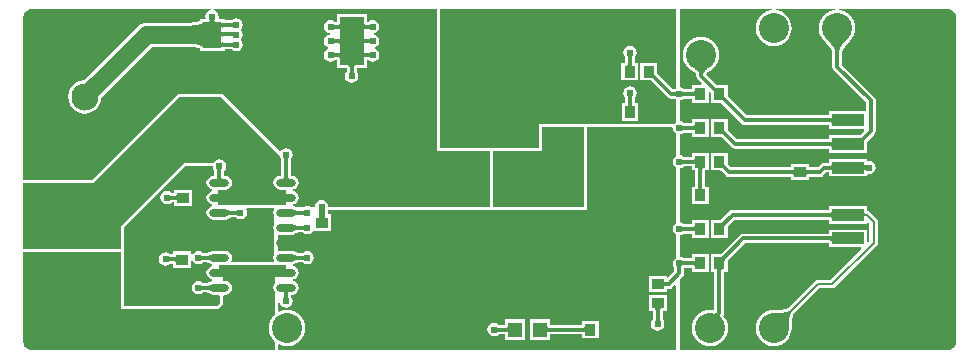
<source format=gtl>
G04*
G04 #@! TF.GenerationSoftware,Altium Limited,Altium Designer,20.0.14 (345)*
G04*
G04 Layer_Physical_Order=1*
G04 Layer_Color=255*
%FSAX25Y25*%
%MOIN*%
G70*
G01*
G75*
%ADD16R,0.03937X0.03543*%
%ADD17R,0.03543X0.03937*%
%ADD18R,0.03268X0.02480*%
%ADD19R,0.04500X0.08000*%
%ADD20O,0.06496X0.02559*%
%ADD21R,0.04724X0.04724*%
%ADD22R,0.04921X0.11221*%
%ADD23R,0.21850X0.25591*%
%ADD24R,0.10630X0.03937*%
%ADD25R,0.14961X0.07087*%
%ADD26R,0.06417X0.08584*%
%ADD27R,0.07874X0.16142*%
%ADD44C,0.01200*%
%ADD45C,0.00800*%
%ADD46C,0.02000*%
%ADD47C,0.06000*%
%ADD48C,0.10000*%
%ADD49C,0.09055*%
%ADD50C,0.02400*%
%ADD51C,0.05000*%
G36*
X0140000Y0068500D02*
X0157500Y0068500D01*
X0157500Y0050000D01*
X0103743D01*
X0103572Y0050858D01*
X0103086Y0051586D01*
X0102358Y0052072D01*
X0101500Y0052243D01*
X0100642Y0052072D01*
X0099914Y0051586D01*
X0099428Y0050858D01*
X0099257Y0050000D01*
X0097589D01*
X0097480Y0050072D01*
X0096622Y0050243D01*
X0095764Y0050072D01*
X0095655Y0050000D01*
X0092700D01*
X0092480Y0050147D01*
X0091988Y0050245D01*
Y0050755D01*
X0092480Y0050853D01*
X0093234Y0051357D01*
X0093738Y0052111D01*
X0093915Y0053000D01*
X0093738Y0053889D01*
X0093234Y0054643D01*
X0092480Y0055147D01*
X0091988Y0055245D01*
Y0055755D01*
X0092480Y0055853D01*
X0093234Y0056357D01*
X0093738Y0057111D01*
X0093915Y0058000D01*
X0093738Y0058889D01*
X0093234Y0059643D01*
X0092480Y0060147D01*
X0091590Y0060324D01*
X0091253D01*
Y0065699D01*
X0091254Y0065709D01*
X0091258Y0065732D01*
X0091694Y0066385D01*
X0091865Y0067243D01*
X0091694Y0068102D01*
X0091208Y0068829D01*
X0090480Y0069315D01*
X0089622Y0069486D01*
X0088764Y0069315D01*
X0088036Y0068829D01*
X0087908Y0068638D01*
X0087411Y0068589D01*
X0068500Y0087500D01*
X0068099D01*
X0068000Y0087520D01*
X0054000Y0087520D01*
X0053902Y0087500D01*
X0053500D01*
X0025000Y0059000D01*
X0002039Y0059000D01*
Y0113000D01*
Y0113292D01*
X0002153Y0113864D01*
X0002376Y0114402D01*
X0002700Y0114887D01*
X0003113Y0115300D01*
X0003598Y0115624D01*
X0004136Y0115847D01*
X0004708Y0115961D01*
X0064478D01*
X0064527Y0115461D01*
X0064142Y0115384D01*
X0063414Y0114898D01*
X0062928Y0114170D01*
X0062757Y0113312D01*
X0062821Y0112990D01*
X0062504Y0112604D01*
X0061841D01*
X0061803Y0112611D01*
X0061765Y0112604D01*
X0060791D01*
Y0111849D01*
X0060526Y0111743D01*
X0060087Y0111629D01*
X0059519Y0111530D01*
X0056937Y0111346D01*
X0043229D01*
X0042185Y0111209D01*
X0041212Y0110806D01*
X0040376Y0110165D01*
X0023002Y0092790D01*
X0023000Y0092788D01*
X0022339Y0092189D01*
X0022262Y0092127D01*
X0021057Y0091968D01*
X0019712Y0091411D01*
X0018558Y0090525D01*
X0017672Y0089370D01*
X0017115Y0088026D01*
X0016925Y0086583D01*
X0017115Y0085140D01*
X0017672Y0083795D01*
X0018558Y0082640D01*
X0019712Y0081754D01*
X0021057Y0081197D01*
X0022500Y0081007D01*
X0023943Y0081197D01*
X0025288Y0081754D01*
X0026442Y0082640D01*
X0027328Y0083795D01*
X0027885Y0085140D01*
X0028034Y0086269D01*
X0029169Y0087546D01*
X0044900Y0103277D01*
X0056956D01*
X0058778Y0103180D01*
X0059497Y0103097D01*
X0060087Y0102995D01*
X0060526Y0102880D01*
X0060791Y0102775D01*
Y0102020D01*
X0061765D01*
X0061803Y0102012D01*
X0061841Y0102020D01*
X0068163D01*
X0068202Y0102012D01*
X0068239Y0102020D01*
X0069209D01*
Y0102369D01*
X0071456D01*
X0071466Y0102368D01*
X0071489Y0102364D01*
X0072142Y0101928D01*
X0073000Y0101757D01*
X0073858Y0101928D01*
X0074586Y0102414D01*
X0075072Y0103142D01*
X0075243Y0104000D01*
X0075072Y0104858D01*
X0074586Y0105586D01*
Y0105664D01*
X0075072Y0106392D01*
X0075243Y0107250D01*
X0075072Y0108108D01*
X0074586Y0108836D01*
Y0108914D01*
X0075072Y0109642D01*
X0075243Y0110500D01*
X0075072Y0111358D01*
X0074586Y0112086D01*
X0073858Y0112572D01*
X0073000Y0112743D01*
X0072142Y0112572D01*
X0071489Y0112136D01*
X0071478Y0112134D01*
X0071441Y0112131D01*
X0069209D01*
Y0112604D01*
X0068239D01*
X0068202Y0112611D01*
X0068163Y0112604D01*
X0067496D01*
X0067179Y0112990D01*
X0067243Y0113312D01*
X0067072Y0114170D01*
X0066586Y0114898D01*
X0065858Y0115384D01*
X0065473Y0115461D01*
X0065522Y0115961D01*
X0140000D01*
Y0068500D01*
D02*
G37*
G36*
X0072143Y0109660D02*
X0072092Y0109706D01*
X0072032Y0109746D01*
X0071963Y0109782D01*
X0071886Y0109814D01*
X0071800Y0109840D01*
X0071705Y0109862D01*
X0071602Y0109878D01*
X0071490Y0109890D01*
X0071241Y0109900D01*
Y0111100D01*
X0071370Y0111102D01*
X0071602Y0111122D01*
X0071705Y0111138D01*
X0071800Y0111160D01*
X0071886Y0111186D01*
X0071963Y0111218D01*
X0072032Y0111254D01*
X0072092Y0111294D01*
X0072143Y0111340D01*
Y0109660D01*
D02*
G37*
G36*
X0068209Y0111498D02*
X0068245Y0111415D01*
X0068305Y0111341D01*
X0068389Y0111277D01*
X0068497Y0111223D01*
X0068629Y0111179D01*
X0068785Y0111144D01*
X0068965Y0111120D01*
X0069169Y0111105D01*
X0069397Y0111100D01*
Y0109900D01*
X0069167Y0109894D01*
X0068961Y0109876D01*
X0068780Y0109846D01*
X0068622Y0109804D01*
X0068489Y0109750D01*
X0068380Y0109684D01*
X0068295Y0109606D01*
X0068234Y0109516D01*
X0068197Y0109414D01*
X0068185Y0109300D01*
X0068197Y0111592D01*
X0068209Y0111498D01*
D02*
G37*
G36*
X0065618Y0112935D02*
X0065671Y0112549D01*
X0065692Y0112455D01*
X0065840D01*
X0065794Y0112404D01*
X0065754Y0112344D01*
X0065728Y0112295D01*
X0065760Y0112155D01*
X0065884Y0111751D01*
X0065908Y0111691D01*
X0065984Y0111640D01*
X0066086Y0111604D01*
X0066200Y0111592D01*
X0065946D01*
X0066044Y0111339D01*
X0066240Y0110917D01*
X0066471Y0110487D01*
X0066737Y0110047D01*
X0067377Y0109142D01*
X0062623D01*
X0062960Y0109599D01*
X0063529Y0110487D01*
X0063760Y0110917D01*
X0063956Y0111339D01*
X0064054Y0111592D01*
X0063800D01*
X0063914Y0111604D01*
X0064016Y0111640D01*
X0064092Y0111691D01*
X0064116Y0111751D01*
X0064240Y0112155D01*
X0064272Y0112295D01*
X0064246Y0112344D01*
X0064206Y0112404D01*
X0064160Y0112455D01*
X0064308D01*
X0064329Y0112549D01*
X0064382Y0112935D01*
X0064400Y0113312D01*
X0065600D01*
X0065618Y0112935D01*
D02*
G37*
G36*
X0071987Y0106607D02*
X0071945Y0106663D01*
X0071893Y0106712D01*
X0071832Y0106756D01*
X0071761Y0106795D01*
X0071680Y0106827D01*
X0071590Y0106853D01*
X0071490Y0106874D01*
X0071380Y0106888D01*
X0071261Y0106897D01*
X0071132Y0106900D01*
X0071433Y0108100D01*
X0071564Y0108101D01*
X0071903Y0108124D01*
X0071998Y0108138D01*
X0072160Y0108174D01*
X0072228Y0108196D01*
X0072287Y0108222D01*
X0072337Y0108250D01*
X0071987Y0106607D01*
D02*
G37*
G36*
X0068197Y0108586D02*
X0068233Y0108484D01*
X0068294Y0108394D01*
X0068379Y0108316D01*
X0068488Y0108250D01*
X0068621Y0108196D01*
X0068779Y0108154D01*
X0068960Y0108124D01*
X0069166Y0108106D01*
X0069397Y0108100D01*
Y0106900D01*
X0069166Y0106894D01*
X0068960Y0106876D01*
X0068779Y0106846D01*
X0068621Y0106804D01*
X0068488Y0106750D01*
X0068379Y0106684D01*
X0068294Y0106606D01*
X0068233Y0106516D01*
X0068197Y0106414D01*
X0068185Y0106300D01*
Y0108700D01*
X0068197Y0108586D01*
D02*
G37*
G36*
X0272641Y0115461D02*
X0272157Y0115413D01*
X0271026Y0115070D01*
X0269984Y0114513D01*
X0269070Y0113763D01*
X0268320Y0112849D01*
X0267763Y0111807D01*
X0267420Y0110676D01*
X0267304Y0109500D01*
X0267420Y0108324D01*
X0267763Y0107193D01*
X0268320Y0106150D01*
X0269070Y0105237D01*
X0269145Y0105175D01*
X0269643Y0104674D01*
X0270532Y0103683D01*
X0270872Y0103252D01*
X0271156Y0102849D01*
X0271378Y0102486D01*
X0271540Y0102167D01*
X0271643Y0101900D01*
X0271696Y0101689D01*
X0271702Y0101621D01*
Y0096610D01*
X0271826Y0095986D01*
X0272180Y0095456D01*
X0282869Y0084767D01*
Y0081709D01*
X0270555D01*
Y0080371D01*
X0243339D01*
X0237122Y0086589D01*
X0236936Y0086788D01*
X0236809Y0086946D01*
X0236772Y0087000D01*
Y0090569D01*
X0233815D01*
X0233789Y0090575D01*
X0233747Y0090569D01*
X0233633D01*
X0233623Y0090569D01*
X0233621Y0090569D01*
X0233394D01*
X0233375Y0090581D01*
X0233045Y0090862D01*
X0229721Y0094186D01*
X0229772Y0094306D01*
X0229854Y0094446D01*
X0229957Y0094582D01*
X0230086Y0094715D01*
X0230245Y0094848D01*
X0230439Y0094978D01*
X0230706Y0095124D01*
X0230770Y0095177D01*
X0231349Y0095487D01*
X0232263Y0096237D01*
X0233013Y0097150D01*
X0233570Y0098193D01*
X0233913Y0099324D01*
X0234029Y0100500D01*
X0233913Y0101676D01*
X0233570Y0102807D01*
X0233013Y0103849D01*
X0232263Y0104763D01*
X0231349Y0105513D01*
X0230307Y0106070D01*
X0229176Y0106413D01*
X0228000Y0106529D01*
X0226824Y0106413D01*
X0225693Y0106070D01*
X0224651Y0105513D01*
X0223737Y0104763D01*
X0222987Y0103849D01*
X0222430Y0102807D01*
X0222087Y0101676D01*
X0221971Y0100500D01*
X0222087Y0099324D01*
X0222430Y0098193D01*
X0222987Y0097150D01*
X0223737Y0096237D01*
X0224651Y0095487D01*
X0225230Y0095177D01*
X0225294Y0095124D01*
X0225560Y0094978D01*
X0225754Y0094848D01*
X0225914Y0094715D01*
X0226043Y0094582D01*
X0226146Y0094446D01*
X0226228Y0094306D01*
X0226291Y0094157D01*
X0226339Y0093992D01*
X0226368Y0093808D01*
X0226369Y0093803D01*
Y0093600D01*
X0226493Y0092976D01*
X0226847Y0092447D01*
X0228262Y0091030D01*
X0228071Y0090569D01*
X0224929D01*
Y0089231D01*
X0222245D01*
X0222235Y0089232D01*
X0222212Y0089236D01*
X0221559Y0089672D01*
X0221000Y0089784D01*
Y0115961D01*
X0251450D01*
X0251475Y0115461D01*
X0250991Y0115413D01*
X0249859Y0115070D01*
X0248817Y0114513D01*
X0247903Y0113763D01*
X0247154Y0112849D01*
X0246597Y0111807D01*
X0246253Y0110676D01*
X0246138Y0109500D01*
X0246253Y0108324D01*
X0246597Y0107193D01*
X0247154Y0106150D01*
X0247903Y0105237D01*
X0248817Y0104487D01*
X0249859Y0103930D01*
X0250991Y0103587D01*
X0252167Y0103471D01*
X0253343Y0103587D01*
X0254474Y0103930D01*
X0255516Y0104487D01*
X0256430Y0105237D01*
X0257180Y0106150D01*
X0257737Y0107193D01*
X0258080Y0108324D01*
X0258196Y0109500D01*
X0258080Y0110676D01*
X0257737Y0111807D01*
X0257180Y0112849D01*
X0256430Y0113763D01*
X0255516Y0114513D01*
X0254474Y0115070D01*
X0253343Y0115413D01*
X0252859Y0115461D01*
X0252883Y0115961D01*
X0272617D01*
X0272641Y0115461D01*
D02*
G37*
G36*
X0072143Y0103160D02*
X0072092Y0103206D01*
X0072032Y0103246D01*
X0071963Y0103282D01*
X0071886Y0103314D01*
X0071800Y0103340D01*
X0071705Y0103362D01*
X0071602Y0103378D01*
X0071490Y0103390D01*
X0071241Y0103400D01*
Y0104600D01*
X0071370Y0104602D01*
X0071602Y0104622D01*
X0071705Y0104638D01*
X0071800Y0104660D01*
X0071886Y0104686D01*
X0071963Y0104718D01*
X0072032Y0104754D01*
X0072092Y0104794D01*
X0072143Y0104840D01*
Y0103160D01*
D02*
G37*
G36*
X0068197Y0105086D02*
X0068234Y0104984D01*
X0068295Y0104894D01*
X0068380Y0104816D01*
X0068489Y0104750D01*
X0068623Y0104696D01*
X0068780Y0104654D01*
X0068961Y0104624D01*
X0069167Y0104606D01*
X0069397Y0104600D01*
Y0103400D01*
X0069169Y0103396D01*
X0068785Y0103367D01*
X0068629Y0103341D01*
X0068497Y0103308D01*
X0068389Y0103267D01*
X0068305Y0103219D01*
X0068245Y0103164D01*
X0068209Y0103102D01*
X0068197Y0103032D01*
X0068185Y0105200D01*
X0068197Y0105086D01*
D02*
G37*
G36*
X0061803Y0103032D02*
X0061743Y0103275D01*
X0061563Y0103492D01*
X0061263Y0103684D01*
X0060843Y0103851D01*
X0060303Y0103992D01*
X0059643Y0104107D01*
X0058863Y0104197D01*
X0056943Y0104299D01*
X0055803Y0104312D01*
Y0110312D01*
X0056943Y0110325D01*
X0059643Y0110517D01*
X0060303Y0110632D01*
X0060843Y0110773D01*
X0061263Y0110939D01*
X0061563Y0111131D01*
X0061743Y0111349D01*
X0061803Y0111592D01*
Y0103032D01*
D02*
G37*
G36*
X0276282Y0105374D02*
X0274977Y0103862D01*
X0274658Y0103410D01*
X0274397Y0102983D01*
X0274194Y0102583D01*
X0274049Y0102208D01*
X0273962Y0101859D01*
X0273933Y0101536D01*
X0272733D01*
X0272704Y0101859D01*
X0272617Y0102208D01*
X0272472Y0102583D01*
X0272269Y0102983D01*
X0272008Y0103410D01*
X0271689Y0103862D01*
X0271312Y0104340D01*
X0270384Y0105374D01*
X0269833Y0105929D01*
X0276833D01*
X0276282Y0105374D01*
D02*
G37*
G36*
X0229909Y0095850D02*
X0229635Y0095666D01*
X0229392Y0095465D01*
X0229182Y0095248D01*
X0229004Y0095014D01*
X0228859Y0094764D01*
X0228746Y0094498D01*
X0228665Y0094215D01*
X0228616Y0093915D01*
X0228600Y0093600D01*
X0227400D01*
X0227384Y0093915D01*
X0227335Y0094215D01*
X0227255Y0094498D01*
X0227141Y0094764D01*
X0226996Y0095014D01*
X0226818Y0095248D01*
X0226608Y0095465D01*
X0226365Y0095666D01*
X0226091Y0095850D01*
X0225783Y0096018D01*
X0230217D01*
X0229909Y0095850D01*
D02*
G37*
G36*
X0219500Y0089444D02*
X0219190Y0089236D01*
X0219179Y0089234D01*
X0219142Y0089231D01*
X0218576D01*
X0213272Y0094535D01*
Y0097969D01*
X0207728D01*
Y0092032D01*
X0211161D01*
X0216746Y0086446D01*
X0217276Y0086093D01*
X0217900Y0085969D01*
X0219157D01*
X0219166Y0085968D01*
X0219190Y0085964D01*
X0219500Y0085756D01*
Y0078144D01*
X0219115Y0077886D01*
X0218857Y0077500D01*
X0218442D01*
X0218393Y0077515D01*
X0218343Y0077510D01*
X0218294Y0077520D01*
X0190000D01*
X0189901Y0077500D01*
X0189079D01*
X0188980Y0077520D01*
X0175000D01*
X0174902Y0077500D01*
X0174000D01*
Y0076599D01*
X0173980Y0076500D01*
X0173980Y0069520D01*
X0158520Y0069520D01*
X0158129Y0069442D01*
X0158010Y0069362D01*
X0157890Y0069442D01*
X0157500Y0069520D01*
X0141020Y0069520D01*
Y0115961D01*
X0219500D01*
Y0089444D01*
D02*
G37*
G36*
X0232298Y0090159D02*
X0232751Y0089773D01*
X0232950Y0089635D01*
X0233129Y0089532D01*
X0233289Y0089465D01*
X0233430Y0089434D01*
X0233553Y0089439D01*
X0233656Y0089480D01*
X0233741Y0089556D01*
X0232240Y0087663D01*
X0232299Y0087765D01*
X0232326Y0087882D01*
X0232322Y0088014D01*
X0232285Y0088161D01*
X0232216Y0088324D01*
X0232115Y0088501D01*
X0231982Y0088693D01*
X0231817Y0088900D01*
X0231621Y0089122D01*
X0231392Y0089360D01*
X0232044Y0090405D01*
X0232298Y0090159D01*
D02*
G37*
G36*
X0221609Y0088394D02*
X0221669Y0088354D01*
X0221738Y0088318D01*
X0221815Y0088286D01*
X0221901Y0088260D01*
X0221995Y0088238D01*
X0222099Y0088222D01*
X0222211Y0088210D01*
X0222460Y0088200D01*
Y0087000D01*
X0222331Y0086998D01*
X0222099Y0086978D01*
X0221995Y0086962D01*
X0221901Y0086940D01*
X0221815Y0086914D01*
X0221738Y0086882D01*
X0221669Y0086846D01*
X0221609Y0086806D01*
X0221558Y0086760D01*
Y0088440D01*
X0221609Y0088394D01*
D02*
G37*
G36*
X0219844Y0086760D02*
X0219793Y0086806D01*
X0219732Y0086846D01*
X0219664Y0086882D01*
X0219586Y0086914D01*
X0219501Y0086940D01*
X0219406Y0086962D01*
X0219303Y0086978D01*
X0219191Y0086990D01*
X0218942Y0087000D01*
Y0088200D01*
X0219071Y0088202D01*
X0219303Y0088222D01*
X0219406Y0088238D01*
X0219501Y0088260D01*
X0219586Y0088286D01*
X0219664Y0088318D01*
X0219732Y0088354D01*
X0219793Y0088394D01*
X0219844Y0088440D01*
Y0086760D01*
D02*
G37*
G36*
X0028940Y0088780D02*
X0028576Y0088414D01*
X0027046Y0086692D01*
X0027027Y0086628D01*
X0022545Y0091110D01*
X0022610Y0091129D01*
X0022707Y0091186D01*
X0022839Y0091281D01*
X0023003Y0091415D01*
X0023699Y0092046D01*
X0024697Y0093023D01*
X0028940Y0088780D01*
D02*
G37*
G36*
X0225941Y0086400D02*
X0225929Y0086514D01*
X0225893Y0086616D01*
X0225833Y0086706D01*
X0225749Y0086784D01*
X0225641Y0086850D01*
X0225509Y0086904D01*
X0225353Y0086946D01*
X0225173Y0086976D01*
X0224969Y0086994D01*
X0224741Y0087000D01*
Y0088200D01*
X0224969Y0088206D01*
X0225173Y0088224D01*
X0225353Y0088254D01*
X0225509Y0088296D01*
X0225641Y0088350D01*
X0225749Y0088416D01*
X0225833Y0088494D01*
X0225893Y0088584D01*
X0225929Y0088686D01*
X0225941Y0088800D01*
Y0086400D01*
D02*
G37*
G36*
X0235681Y0087248D02*
X0235648Y0087139D01*
X0235649Y0087012D01*
X0235685Y0086868D01*
X0235754Y0086707D01*
X0235857Y0086529D01*
X0235994Y0086333D01*
X0236164Y0086121D01*
X0236608Y0085644D01*
X0235760Y0084795D01*
X0235512Y0085034D01*
X0235070Y0085409D01*
X0234874Y0085546D01*
X0234696Y0085650D01*
X0234535Y0085719D01*
X0234391Y0085754D01*
X0234264Y0085755D01*
X0234155Y0085722D01*
X0234063Y0085655D01*
X0235748Y0087341D01*
X0235681Y0087248D01*
D02*
G37*
G36*
X0271579Y0077540D02*
X0271567Y0077654D01*
X0271531Y0077756D01*
X0271470Y0077846D01*
X0271385Y0077924D01*
X0271276Y0077990D01*
X0271143Y0078044D01*
X0270985Y0078086D01*
X0270803Y0078116D01*
X0270597Y0078134D01*
X0270367Y0078140D01*
Y0079340D01*
X0270597Y0079346D01*
X0270803Y0079364D01*
X0270985Y0079394D01*
X0271143Y0079436D01*
X0271276Y0079490D01*
X0271385Y0079556D01*
X0271470Y0079634D01*
X0271531Y0079724D01*
X0271567Y0079826D01*
X0271579Y0079940D01*
Y0077540D01*
D02*
G37*
G36*
X0221609Y0077094D02*
X0221669Y0077054D01*
X0221738Y0077018D01*
X0221815Y0076986D01*
X0221901Y0076960D01*
X0221995Y0076938D01*
X0222099Y0076922D01*
X0222211Y0076910D01*
X0222460Y0076900D01*
Y0075700D01*
X0222331Y0075698D01*
X0222099Y0075678D01*
X0221995Y0075662D01*
X0221901Y0075640D01*
X0221815Y0075614D01*
X0221738Y0075582D01*
X0221669Y0075546D01*
X0221609Y0075506D01*
X0221558Y0075460D01*
Y0077140D01*
X0221609Y0077094D01*
D02*
G37*
G36*
X0225941Y0075100D02*
X0225929Y0075214D01*
X0225893Y0075316D01*
X0225833Y0075406D01*
X0225749Y0075484D01*
X0225641Y0075550D01*
X0225509Y0075604D01*
X0225353Y0075646D01*
X0225173Y0075676D01*
X0224969Y0075694D01*
X0224741Y0075700D01*
Y0076900D01*
X0224969Y0076906D01*
X0225173Y0076924D01*
X0225353Y0076954D01*
X0225509Y0076996D01*
X0225641Y0077050D01*
X0225749Y0077116D01*
X0225833Y0077194D01*
X0225893Y0077284D01*
X0225929Y0077386D01*
X0225941Y0077500D01*
Y0075100D01*
D02*
G37*
G36*
X0310864Y0115847D02*
X0311403Y0115624D01*
X0311887Y0115300D01*
X0312300Y0114887D01*
X0312624Y0114402D01*
X0312847Y0113864D01*
X0312961Y0113292D01*
Y0113000D01*
Y0005000D01*
Y0004708D01*
X0312847Y0004136D01*
X0312624Y0003598D01*
X0312300Y0003112D01*
X0311887Y0002700D01*
X0311403Y0002376D01*
X0310864Y0002153D01*
X0310292Y0002039D01*
X0221000D01*
Y0025693D01*
X0221854Y0026547D01*
X0222208Y0027077D01*
X0222332Y0027701D01*
Y0029469D01*
X0224929D01*
Y0028131D01*
X0230472D01*
Y0034069D01*
X0224929D01*
Y0032731D01*
X0222245D01*
X0222235Y0032732D01*
X0222212Y0032736D01*
X0221559Y0033172D01*
X0221000Y0033284D01*
Y0040416D01*
X0221559Y0040528D01*
X0222212Y0040964D01*
X0222223Y0040966D01*
X0222260Y0040969D01*
X0224929D01*
Y0039632D01*
X0230472D01*
Y0045568D01*
X0224929D01*
Y0044231D01*
X0222245D01*
X0222235Y0044232D01*
X0222212Y0044236D01*
X0221559Y0044672D01*
X0221000Y0044784D01*
Y0062816D01*
X0221559Y0062928D01*
X0222212Y0063364D01*
X0222223Y0063366D01*
X0222260Y0063369D01*
X0224929D01*
Y0062032D01*
X0226069D01*
Y0056669D01*
X0224929D01*
Y0050731D01*
X0230472D01*
Y0056669D01*
X0229332D01*
Y0062032D01*
X0230472D01*
Y0067968D01*
X0224929D01*
Y0066631D01*
X0222245D01*
X0222235Y0066632D01*
X0222212Y0066636D01*
X0221559Y0067072D01*
X0221000Y0067184D01*
Y0074116D01*
X0221559Y0074228D01*
X0222212Y0074664D01*
X0222223Y0074666D01*
X0222260Y0074669D01*
X0224929D01*
Y0073331D01*
X0230472D01*
Y0079268D01*
X0224929D01*
Y0077931D01*
X0222245D01*
X0222235Y0077932D01*
X0222212Y0077936D01*
X0221559Y0078372D01*
X0221000Y0078484D01*
Y0085416D01*
X0221559Y0085528D01*
X0222212Y0085964D01*
X0222223Y0085966D01*
X0222260Y0085969D01*
X0224929D01*
Y0084632D01*
X0230472D01*
Y0088036D01*
X0230952Y0088216D01*
X0231228Y0087926D01*
Y0087555D01*
X0231228Y0087545D01*
X0231228Y0087543D01*
Y0084632D01*
X0234403D01*
X0234446Y0084602D01*
X0234766Y0084330D01*
X0241510Y0077587D01*
X0242039Y0077233D01*
X0242663Y0077109D01*
X0270555D01*
Y0075772D01*
X0282162D01*
X0282353Y0075310D01*
X0281232Y0074189D01*
X0281032Y0074003D01*
X0280875Y0073878D01*
X0280814Y0073835D01*
X0280514D01*
X0280476Y0073842D01*
X0280438Y0073835D01*
X0270555D01*
Y0072497D01*
X0239913D01*
X0237122Y0075288D01*
X0236936Y0075488D01*
X0236809Y0075646D01*
X0236772Y0075700D01*
Y0079268D01*
X0231228D01*
Y0073331D01*
X0234403D01*
X0234446Y0073302D01*
X0234766Y0073030D01*
X0238084Y0069713D01*
X0238613Y0069359D01*
X0239237Y0069235D01*
X0270555D01*
Y0067898D01*
X0283185D01*
Y0071087D01*
X0283193Y0071126D01*
X0283185Y0071164D01*
Y0071463D01*
X0283220Y0071513D01*
X0283490Y0071833D01*
X0285653Y0073996D01*
X0286007Y0074525D01*
X0286131Y0075150D01*
X0286131Y0075150D01*
Y0085443D01*
X0286007Y0086067D01*
X0285653Y0086597D01*
X0274965Y0097285D01*
Y0101621D01*
X0274971Y0101689D01*
X0275023Y0101900D01*
X0275127Y0102167D01*
X0275288Y0102486D01*
X0275511Y0102849D01*
X0275782Y0103234D01*
X0277031Y0104681D01*
X0277522Y0105175D01*
X0277596Y0105237D01*
X0278346Y0106150D01*
X0278903Y0107193D01*
X0279246Y0108324D01*
X0279362Y0109500D01*
X0279246Y0110676D01*
X0278903Y0111807D01*
X0278346Y0112849D01*
X0277596Y0113763D01*
X0276683Y0114513D01*
X0275641Y0115070D01*
X0274510Y0115413D01*
X0274025Y0115461D01*
X0274050Y0115961D01*
X0310292D01*
X0310864Y0115847D01*
D02*
G37*
G36*
X0235681Y0075948D02*
X0235648Y0075839D01*
X0235649Y0075712D01*
X0235685Y0075568D01*
X0235754Y0075407D01*
X0235857Y0075229D01*
X0235994Y0075033D01*
X0236164Y0074821D01*
X0236608Y0074344D01*
X0235760Y0073495D01*
X0235512Y0073734D01*
X0235070Y0074110D01*
X0234874Y0074247D01*
X0234696Y0074349D01*
X0234535Y0074419D01*
X0234391Y0074454D01*
X0234264Y0074455D01*
X0234155Y0074422D01*
X0234063Y0074356D01*
X0235748Y0076041D01*
X0235681Y0075948D01*
D02*
G37*
G36*
X0283022Y0072823D02*
X0282784Y0072577D01*
X0282411Y0072135D01*
X0282275Y0071940D01*
X0282173Y0071762D01*
X0282105Y0071601D01*
X0282071Y0071456D01*
Y0071329D01*
X0282105Y0071219D01*
X0282173Y0071126D01*
X0280476Y0072823D01*
X0280569Y0072755D01*
X0280680Y0072721D01*
X0280807D01*
X0280951Y0072755D01*
X0281112Y0072823D01*
X0281291Y0072925D01*
X0281486Y0073060D01*
X0281698Y0073230D01*
X0282173Y0073671D01*
X0283022Y0072823D01*
D02*
G37*
G36*
X0271579Y0069666D02*
X0271567Y0069780D01*
X0271531Y0069882D01*
X0271470Y0069972D01*
X0271385Y0070050D01*
X0271276Y0070116D01*
X0271143Y0070170D01*
X0270985Y0070212D01*
X0270803Y0070242D01*
X0270597Y0070260D01*
X0270367Y0070266D01*
Y0071466D01*
X0270597Y0071472D01*
X0270803Y0071490D01*
X0270985Y0071520D01*
X0271143Y0071562D01*
X0271276Y0071616D01*
X0271385Y0071682D01*
X0271470Y0071760D01*
X0271531Y0071850D01*
X0271567Y0071952D01*
X0271579Y0072066D01*
Y0069666D01*
D02*
G37*
G36*
X0188980Y0050020D02*
X0158520Y0050020D01*
X0158520Y0068500D01*
X0175000Y0068500D01*
X0175000Y0076500D01*
X0188980D01*
X0188980Y0050020D01*
D02*
G37*
G36*
X0090416Y0066335D02*
X0090376Y0066275D01*
X0090340Y0066206D01*
X0090308Y0066129D01*
X0090282Y0066043D01*
X0090260Y0065948D01*
X0090244Y0065845D01*
X0090232Y0065733D01*
X0090222Y0065484D01*
X0089022D01*
X0089020Y0065613D01*
X0089000Y0065845D01*
X0088984Y0065948D01*
X0088962Y0066043D01*
X0088936Y0066129D01*
X0088904Y0066206D01*
X0088868Y0066275D01*
X0088828Y0066335D01*
X0088782Y0066386D01*
X0090462D01*
X0090416Y0066335D01*
D02*
G37*
G36*
X0221609Y0065794D02*
X0221669Y0065754D01*
X0221738Y0065718D01*
X0221815Y0065686D01*
X0221901Y0065660D01*
X0221995Y0065638D01*
X0222099Y0065622D01*
X0222211Y0065610D01*
X0222460Y0065600D01*
Y0064400D01*
X0222331Y0064398D01*
X0222099Y0064378D01*
X0221995Y0064362D01*
X0221901Y0064340D01*
X0221815Y0064314D01*
X0221738Y0064282D01*
X0221669Y0064246D01*
X0221609Y0064206D01*
X0221558Y0064160D01*
Y0065840D01*
X0221609Y0065794D01*
D02*
G37*
G36*
X0225953Y0063800D02*
X0225941Y0063914D01*
X0225905Y0064016D01*
X0225844Y0064106D01*
X0225759Y0064184D01*
X0225650Y0064250D01*
X0225517Y0064304D01*
X0225359Y0064346D01*
X0225178Y0064376D01*
X0224971Y0064394D01*
X0224741Y0064400D01*
Y0065600D01*
X0224971Y0065606D01*
X0225178Y0065624D01*
X0225359Y0065654D01*
X0225517Y0065696D01*
X0225650Y0065750D01*
X0225759Y0065816D01*
X0225844Y0065894D01*
X0225905Y0065984D01*
X0225941Y0066086D01*
X0225953Y0066200D01*
Y0063800D01*
D02*
G37*
G36*
X0228787Y0063043D02*
X0228685Y0063007D01*
X0228595Y0062946D01*
X0228517Y0062862D01*
X0228451Y0062752D01*
X0228397Y0062619D01*
X0228355Y0062462D01*
X0228325Y0062280D01*
X0228307Y0062074D01*
X0228301Y0061844D01*
X0227101D01*
X0227095Y0062074D01*
X0227077Y0062280D01*
X0227047Y0062462D01*
X0227005Y0062619D01*
X0226951Y0062752D01*
X0226885Y0062862D01*
X0226807Y0062946D01*
X0226717Y0063007D01*
X0226615Y0063043D01*
X0226501Y0063055D01*
X0228901D01*
X0228787Y0063043D01*
D02*
G37*
G36*
X0068172Y0062592D02*
X0068132Y0062532D01*
X0068096Y0062463D01*
X0068064Y0062386D01*
X0068038Y0062300D01*
X0068016Y0062205D01*
X0068000Y0062102D01*
X0067988Y0061990D01*
X0067978Y0061741D01*
X0066778D01*
X0066776Y0061870D01*
X0066756Y0062102D01*
X0066740Y0062205D01*
X0066718Y0062300D01*
X0066692Y0062386D01*
X0066660Y0062463D01*
X0066624Y0062532D01*
X0066584Y0062592D01*
X0066538Y0062643D01*
X0068218D01*
X0068172Y0062592D01*
D02*
G37*
G36*
X0090228Y0060248D02*
X0090246Y0060042D01*
X0090276Y0059860D01*
X0090318Y0059703D01*
X0090372Y0059570D01*
X0090438Y0059460D01*
X0090516Y0059376D01*
X0090606Y0059315D01*
X0090708Y0059279D01*
X0090822Y0059267D01*
X0088422D01*
X0088536Y0059279D01*
X0088638Y0059315D01*
X0088728Y0059376D01*
X0088806Y0059460D01*
X0088872Y0059570D01*
X0088926Y0059703D01*
X0088968Y0059860D01*
X0088998Y0060042D01*
X0089016Y0060248D01*
X0089022Y0060479D01*
X0090222D01*
X0090228Y0060248D01*
D02*
G37*
G36*
X0067984D02*
X0068002Y0060042D01*
X0068032Y0059860D01*
X0068074Y0059703D01*
X0068128Y0059570D01*
X0068194Y0059460D01*
X0068272Y0059376D01*
X0068362Y0059315D01*
X0068464Y0059279D01*
X0068578Y0059267D01*
X0066178D01*
X0066292Y0059279D01*
X0066394Y0059315D01*
X0066484Y0059376D01*
X0066562Y0059460D01*
X0066628Y0059570D01*
X0066682Y0059703D01*
X0066724Y0059860D01*
X0066754Y0060042D01*
X0066772Y0060248D01*
X0066778Y0060479D01*
X0067978D01*
X0067984Y0060248D01*
D02*
G37*
G36*
X0228307Y0056626D02*
X0228325Y0056420D01*
X0228355Y0056238D01*
X0228397Y0056081D01*
X0228451Y0055948D01*
X0228517Y0055838D01*
X0228595Y0055754D01*
X0228685Y0055693D01*
X0228787Y0055657D01*
X0228901Y0055645D01*
X0226501D01*
X0226615Y0055657D01*
X0226717Y0055693D01*
X0226807Y0055754D01*
X0226885Y0055838D01*
X0226951Y0055948D01*
X0227005Y0056081D01*
X0227047Y0056238D01*
X0227077Y0056420D01*
X0227095Y0056626D01*
X0227101Y0056857D01*
X0228301D01*
X0228307Y0056626D01*
D02*
G37*
G36*
X0087409Y0067091D02*
X0087550Y0066385D01*
X0087986Y0065732D01*
X0087988Y0065721D01*
X0087991Y0065684D01*
Y0060324D01*
X0087653D01*
X0086764Y0060147D01*
X0086010Y0059643D01*
X0085506Y0058889D01*
X0085329Y0058000D01*
X0085506Y0057111D01*
X0086010Y0056357D01*
X0086764Y0055853D01*
X0087653Y0055676D01*
X0089500D01*
Y0050500D01*
X0067000D01*
Y0055676D01*
X0069346D01*
X0070236Y0055853D01*
X0070990Y0056357D01*
X0071494Y0057111D01*
X0071671Y0058000D01*
X0071494Y0058889D01*
X0070990Y0059643D01*
X0070236Y0060147D01*
X0069346Y0060324D01*
X0069009D01*
Y0061956D01*
X0069010Y0061966D01*
X0069014Y0061989D01*
X0069450Y0062642D01*
X0069621Y0063500D01*
X0069450Y0064358D01*
X0068964Y0065086D01*
X0068236Y0065572D01*
X0067378Y0065743D01*
X0066520Y0065572D01*
X0065792Y0065086D01*
X0065400Y0064500D01*
X0055500Y0064500D01*
X0034500Y0043500D01*
X0034500Y0036020D01*
X0002039Y0036020D01*
Y0057916D01*
X0025416Y0057916D01*
X0054000Y0086500D01*
X0068000Y0086500D01*
X0087409Y0067091D01*
D02*
G37*
G36*
X0095765Y0047160D02*
X0095714Y0047206D01*
X0095654Y0047246D01*
X0095585Y0047282D01*
X0095508Y0047314D01*
X0095422Y0047340D01*
X0095327Y0047362D01*
X0095224Y0047378D01*
X0095112Y0047390D01*
X0094863Y0047400D01*
Y0048600D01*
X0094992Y0048602D01*
X0095224Y0048622D01*
X0095327Y0048638D01*
X0095422Y0048660D01*
X0095508Y0048686D01*
X0095585Y0048718D01*
X0095654Y0048754D01*
X0095714Y0048794D01*
X0095765Y0048840D01*
Y0047160D01*
D02*
G37*
G36*
X0073521D02*
X0073470Y0047206D01*
X0073410Y0047246D01*
X0073341Y0047282D01*
X0073264Y0047314D01*
X0073178Y0047340D01*
X0073083Y0047362D01*
X0072980Y0047378D01*
X0072868Y0047390D01*
X0072619Y0047400D01*
Y0048600D01*
X0072748Y0048602D01*
X0072980Y0048622D01*
X0073083Y0048638D01*
X0073178Y0048660D01*
X0073264Y0048686D01*
X0073341Y0048718D01*
X0073410Y0048754D01*
X0073470Y0048794D01*
X0073521Y0048840D01*
Y0047160D01*
D02*
G37*
G36*
X0092366Y0049011D02*
X0092509Y0048925D01*
X0092659Y0048849D01*
X0092817Y0048783D01*
X0092981Y0048727D01*
X0093153Y0048681D01*
X0093333Y0048646D01*
X0093519Y0048620D01*
X0093713Y0048605D01*
X0093914Y0048600D01*
Y0047400D01*
X0093713Y0047395D01*
X0093519Y0047380D01*
X0093333Y0047354D01*
X0093153Y0047319D01*
X0092981Y0047273D01*
X0092817Y0047217D01*
X0092659Y0047151D01*
X0092509Y0047075D01*
X0092366Y0046989D01*
X0092230Y0046893D01*
Y0049107D01*
X0092366Y0049011D01*
D02*
G37*
G36*
X0070122D02*
X0070265Y0048925D01*
X0070415Y0048849D01*
X0070572Y0048783D01*
X0070737Y0048727D01*
X0070909Y0048681D01*
X0071088Y0048646D01*
X0071275Y0048620D01*
X0071469Y0048605D01*
X0071670Y0048600D01*
Y0047400D01*
X0071469Y0047395D01*
X0071275Y0047380D01*
X0071088Y0047354D01*
X0070909Y0047319D01*
X0070737Y0047273D01*
X0070572Y0047217D01*
X0070415Y0047151D01*
X0070265Y0047075D01*
X0070122Y0046989D01*
X0069986Y0046893D01*
Y0049107D01*
X0070122Y0049011D01*
D02*
G37*
G36*
X0095765Y0042160D02*
X0095714Y0042206D01*
X0095654Y0042246D01*
X0095585Y0042282D01*
X0095508Y0042314D01*
X0095422Y0042340D01*
X0095327Y0042362D01*
X0095224Y0042378D01*
X0095112Y0042390D01*
X0094863Y0042400D01*
Y0043600D01*
X0094992Y0043602D01*
X0095224Y0043622D01*
X0095327Y0043638D01*
X0095422Y0043660D01*
X0095508Y0043686D01*
X0095585Y0043718D01*
X0095654Y0043754D01*
X0095714Y0043794D01*
X0095765Y0043840D01*
Y0042160D01*
D02*
G37*
G36*
X0092366Y0044011D02*
X0092509Y0043925D01*
X0092659Y0043848D01*
X0092817Y0043783D01*
X0092981Y0043727D01*
X0093153Y0043681D01*
X0093333Y0043646D01*
X0093519Y0043620D01*
X0093713Y0043605D01*
X0093914Y0043600D01*
Y0042400D01*
X0093713Y0042395D01*
X0093519Y0042380D01*
X0093333Y0042354D01*
X0093153Y0042319D01*
X0092981Y0042273D01*
X0092817Y0042217D01*
X0092659Y0042151D01*
X0092509Y0042075D01*
X0092366Y0041989D01*
X0092230Y0041893D01*
Y0044107D01*
X0092366Y0044011D01*
D02*
G37*
G36*
X0221609Y0043394D02*
X0221669Y0043354D01*
X0221738Y0043318D01*
X0221815Y0043286D01*
X0221901Y0043260D01*
X0221995Y0043238D01*
X0222099Y0043222D01*
X0222211Y0043210D01*
X0222460Y0043200D01*
Y0042000D01*
X0222331Y0041998D01*
X0222099Y0041978D01*
X0221995Y0041962D01*
X0221901Y0041940D01*
X0221815Y0041914D01*
X0221738Y0041882D01*
X0221669Y0041846D01*
X0221609Y0041806D01*
X0221558Y0041760D01*
Y0043440D01*
X0221609Y0043394D01*
D02*
G37*
G36*
X0225941Y0041400D02*
X0225929Y0041514D01*
X0225893Y0041616D01*
X0225833Y0041706D01*
X0225749Y0041784D01*
X0225641Y0041850D01*
X0225509Y0041904D01*
X0225353Y0041946D01*
X0225173Y0041976D01*
X0224969Y0041994D01*
X0224741Y0042000D01*
Y0043200D01*
X0224969Y0043206D01*
X0225173Y0043224D01*
X0225353Y0043254D01*
X0225509Y0043296D01*
X0225641Y0043350D01*
X0225749Y0043416D01*
X0225833Y0043494D01*
X0225893Y0043584D01*
X0225929Y0043686D01*
X0225941Y0043800D01*
Y0041400D01*
D02*
G37*
G36*
X0218458Y0076300D02*
X0218628Y0075442D01*
X0219115Y0074714D01*
X0219500Y0074456D01*
Y0066844D01*
X0219115Y0066586D01*
X0218628Y0065858D01*
X0218458Y0065000D01*
X0218628Y0064142D01*
X0219115Y0063414D01*
X0219500Y0063156D01*
Y0044444D01*
X0219115Y0044186D01*
X0218628Y0043458D01*
X0218458Y0042600D01*
X0218628Y0041742D01*
X0219115Y0041014D01*
X0219500Y0040756D01*
Y0032944D01*
X0219115Y0032686D01*
X0218628Y0031958D01*
X0218458Y0031100D01*
X0218628Y0030242D01*
X0219065Y0029589D01*
X0219066Y0029578D01*
X0219069Y0029541D01*
Y0028376D01*
X0216968Y0026276D01*
X0216469Y0026483D01*
Y0026921D01*
X0210531D01*
Y0021378D01*
X0216469D01*
Y0022518D01*
X0217150D01*
X0217774Y0022642D01*
X0218303Y0022996D01*
X0219038Y0023731D01*
X0219500Y0023540D01*
Y0002039D01*
X0087020D01*
Y0003803D01*
X0087449Y0004061D01*
X0087693Y0003930D01*
X0088824Y0003587D01*
X0090000Y0003471D01*
X0091176Y0003587D01*
X0092307Y0003930D01*
X0093349Y0004487D01*
X0094263Y0005237D01*
X0095013Y0006151D01*
X0095570Y0007193D01*
X0095913Y0008324D01*
X0096029Y0009500D01*
X0095913Y0010676D01*
X0095570Y0011807D01*
X0095013Y0012849D01*
X0094263Y0013763D01*
X0093349Y0014513D01*
X0092307Y0015070D01*
X0091176Y0015413D01*
X0090000Y0015529D01*
X0088824Y0015413D01*
X0087693Y0015070D01*
X0087449Y0014940D01*
X0087020Y0015197D01*
Y0017744D01*
X0087520Y0017793D01*
X0087550Y0017642D01*
X0088036Y0016914D01*
X0088764Y0016428D01*
X0089622Y0016257D01*
X0090480Y0016428D01*
X0091208Y0016914D01*
X0091694Y0017642D01*
X0091865Y0018500D01*
X0091694Y0019358D01*
X0091258Y0020011D01*
X0091256Y0020022D01*
X0091253Y0020059D01*
Y0020676D01*
X0091590D01*
X0092480Y0020853D01*
X0093234Y0021357D01*
X0093738Y0022111D01*
X0093915Y0023000D01*
X0093738Y0023889D01*
X0093234Y0024644D01*
X0092480Y0025147D01*
X0091988Y0025245D01*
Y0025755D01*
X0092480Y0025853D01*
X0093234Y0026357D01*
X0093738Y0027111D01*
X0093915Y0028000D01*
X0093738Y0028889D01*
X0093234Y0029643D01*
X0092480Y0030147D01*
X0091988Y0030245D01*
Y0030755D01*
X0092480Y0030853D01*
X0092736Y0031024D01*
X0092820Y0031061D01*
X0092925Y0031136D01*
X0093003Y0031183D01*
X0093087Y0031225D01*
X0093177Y0031263D01*
X0093276Y0031297D01*
X0093383Y0031325D01*
X0093500Y0031348D01*
X0093628Y0031365D01*
X0093668Y0031369D01*
X0095078D01*
X0095088Y0031368D01*
X0095111Y0031364D01*
X0095764Y0030928D01*
X0096622Y0030757D01*
X0097480Y0030928D01*
X0098208Y0031414D01*
X0098694Y0032142D01*
X0098865Y0033000D01*
X0098694Y0033858D01*
X0098208Y0034586D01*
X0097480Y0035072D01*
X0096622Y0035243D01*
X0095764Y0035072D01*
X0095111Y0034636D01*
X0095100Y0034634D01*
X0095063Y0034631D01*
X0093668D01*
X0093628Y0034635D01*
X0093500Y0034652D01*
X0093383Y0034675D01*
X0093276Y0034703D01*
X0093177Y0034737D01*
X0093086Y0034775D01*
X0093003Y0034817D01*
X0092924Y0034864D01*
X0092820Y0034939D01*
X0092736Y0034976D01*
X0092480Y0035147D01*
X0091590Y0035324D01*
X0087653D01*
X0087387Y0035271D01*
X0087000Y0035588D01*
Y0040412D01*
X0087387Y0040729D01*
X0087653Y0040676D01*
X0091590D01*
X0092480Y0040853D01*
X0092736Y0041024D01*
X0092820Y0041061D01*
X0092925Y0041136D01*
X0093003Y0041183D01*
X0093087Y0041225D01*
X0093177Y0041263D01*
X0093276Y0041296D01*
X0093383Y0041325D01*
X0093500Y0041348D01*
X0093628Y0041366D01*
X0093668Y0041369D01*
X0095078D01*
X0095088Y0041368D01*
X0095111Y0041364D01*
X0095764Y0040928D01*
X0096622Y0040757D01*
X0097480Y0040928D01*
X0098208Y0041414D01*
X0098249Y0041475D01*
X0098532Y0041878D01*
Y0041878D01*
X0098532Y0041878D01*
X0104469D01*
Y0047421D01*
X0103539D01*
Y0048515D01*
X0103743Y0048980D01*
X0157500D01*
X0157599Y0049000D01*
X0190000Y0049000D01*
X0190000Y0076500D01*
X0218294D01*
X0218458Y0076300D01*
D02*
G37*
G36*
X0095765Y0032160D02*
X0095714Y0032206D01*
X0095654Y0032246D01*
X0095585Y0032282D01*
X0095508Y0032314D01*
X0095422Y0032340D01*
X0095327Y0032362D01*
X0095224Y0032378D01*
X0095112Y0032390D01*
X0094863Y0032400D01*
Y0033600D01*
X0094992Y0033602D01*
X0095224Y0033622D01*
X0095327Y0033638D01*
X0095422Y0033660D01*
X0095508Y0033686D01*
X0095585Y0033718D01*
X0095654Y0033754D01*
X0095714Y0033794D01*
X0095765Y0033840D01*
Y0032160D01*
D02*
G37*
G36*
X0061286Y0033794D02*
X0061346Y0033754D01*
X0061415Y0033718D01*
X0061492Y0033686D01*
X0061578Y0033660D01*
X0061673Y0033638D01*
X0061776Y0033622D01*
X0061888Y0033610D01*
X0062137Y0033600D01*
Y0032400D01*
X0062008Y0032398D01*
X0061776Y0032378D01*
X0061673Y0032362D01*
X0061578Y0032340D01*
X0061492Y0032314D01*
X0061415Y0032282D01*
X0061346Y0032246D01*
X0061286Y0032206D01*
X0061235Y0032160D01*
Y0033840D01*
X0061286Y0033794D01*
D02*
G37*
G36*
X0092366Y0034011D02*
X0092509Y0033925D01*
X0092659Y0033849D01*
X0092817Y0033783D01*
X0092981Y0033727D01*
X0093153Y0033681D01*
X0093333Y0033646D01*
X0093519Y0033620D01*
X0093713Y0033605D01*
X0093914Y0033600D01*
Y0032400D01*
X0093713Y0032395D01*
X0093519Y0032380D01*
X0093333Y0032354D01*
X0093153Y0032319D01*
X0092981Y0032273D01*
X0092817Y0032217D01*
X0092659Y0032151D01*
X0092509Y0032075D01*
X0092366Y0031989D01*
X0092230Y0031893D01*
Y0034107D01*
X0092366Y0034011D01*
D02*
G37*
G36*
X0064770Y0031893D02*
X0064634Y0031989D01*
X0064491Y0032075D01*
X0064341Y0032151D01*
X0064183Y0032217D01*
X0064019Y0032273D01*
X0063847Y0032319D01*
X0063667Y0032354D01*
X0063481Y0032380D01*
X0063287Y0032395D01*
X0063086Y0032400D01*
Y0033600D01*
X0063287Y0033605D01*
X0063481Y0033620D01*
X0063667Y0033646D01*
X0063847Y0033681D01*
X0064019Y0033727D01*
X0064183Y0033783D01*
X0064341Y0033849D01*
X0064491Y0033925D01*
X0064634Y0034011D01*
X0064770Y0034107D01*
Y0031893D01*
D02*
G37*
G36*
X0050408Y0033294D02*
X0050468Y0033254D01*
X0050537Y0033218D01*
X0050614Y0033186D01*
X0050700Y0033160D01*
X0050795Y0033138D01*
X0050898Y0033122D01*
X0051010Y0033110D01*
X0051259Y0033100D01*
Y0031900D01*
X0051130Y0031898D01*
X0050898Y0031878D01*
X0050795Y0031862D01*
X0050700Y0031840D01*
X0050614Y0031814D01*
X0050537Y0031782D01*
X0050468Y0031746D01*
X0050408Y0031706D01*
X0050357Y0031660D01*
Y0033340D01*
X0050408Y0033294D01*
D02*
G37*
G36*
X0065306Y0062642D02*
X0065742Y0061989D01*
X0065744Y0061978D01*
X0065747Y0061941D01*
Y0060324D01*
X0065409D01*
X0064520Y0060147D01*
X0063766Y0059643D01*
X0063262Y0058889D01*
X0063085Y0058000D01*
X0063262Y0057111D01*
X0063766Y0056357D01*
X0064520Y0055853D01*
X0065012Y0055755D01*
Y0055245D01*
X0064520Y0055147D01*
X0063766Y0054643D01*
X0063262Y0053889D01*
X0063085Y0053000D01*
X0063262Y0052111D01*
X0063766Y0051357D01*
X0064520Y0050853D01*
X0065012Y0050755D01*
Y0050245D01*
X0064520Y0050147D01*
X0063766Y0049643D01*
X0063262Y0048889D01*
X0063085Y0048000D01*
X0063262Y0047111D01*
X0063766Y0046356D01*
X0064520Y0045853D01*
X0065409Y0045676D01*
X0069346D01*
X0070236Y0045853D01*
X0070492Y0046024D01*
X0070576Y0046061D01*
X0070680Y0046136D01*
X0070759Y0046183D01*
X0070842Y0046225D01*
X0070933Y0046263D01*
X0071032Y0046297D01*
X0071139Y0046325D01*
X0071256Y0046348D01*
X0071384Y0046365D01*
X0071424Y0046369D01*
X0072834D01*
X0072844Y0046368D01*
X0072867Y0046364D01*
X0073520Y0045928D01*
X0074378Y0045757D01*
X0075236Y0045928D01*
X0075964Y0046414D01*
X0076450Y0047142D01*
X0076621Y0048000D01*
X0076450Y0048858D01*
X0076329Y0049039D01*
X0076565Y0049480D01*
X0085500D01*
X0085500Y0048858D01*
X0085329Y0048000D01*
X0085500Y0047142D01*
X0085500Y0043858D01*
X0085329Y0043000D01*
X0085500Y0042142D01*
X0085500Y0033858D01*
X0085329Y0033000D01*
X0085500Y0032142D01*
Y0031520D01*
X0071629Y0031520D01*
X0071394Y0031960D01*
X0071494Y0032111D01*
X0071671Y0033000D01*
X0071494Y0033889D01*
X0070990Y0034644D01*
X0070236Y0035147D01*
X0069346Y0035324D01*
X0065409D01*
X0064520Y0035147D01*
X0064264Y0034976D01*
X0064180Y0034939D01*
X0064075Y0034864D01*
X0063997Y0034817D01*
X0063914Y0034775D01*
X0063823Y0034737D01*
X0063724Y0034703D01*
X0063617Y0034675D01*
X0063500Y0034652D01*
X0063372Y0034635D01*
X0063332Y0034631D01*
X0061922D01*
X0061912Y0034632D01*
X0061889Y0034636D01*
X0061236Y0035072D01*
X0060378Y0035243D01*
X0059520Y0035072D01*
X0058792Y0034586D01*
X0058469Y0034102D01*
X0057968Y0034254D01*
Y0035122D01*
X0052031D01*
Y0034131D01*
X0051044D01*
X0051034Y0034132D01*
X0051011Y0034136D01*
X0050358Y0034572D01*
X0049500Y0034743D01*
X0048642Y0034572D01*
X0047914Y0034086D01*
X0047428Y0033358D01*
X0047257Y0032500D01*
X0047428Y0031642D01*
X0047914Y0030914D01*
X0048642Y0030428D01*
X0049500Y0030257D01*
X0050358Y0030428D01*
X0051011Y0030864D01*
X0051022Y0030866D01*
X0051059Y0030869D01*
X0052031D01*
Y0029579D01*
X0057968D01*
Y0031746D01*
X0058469Y0031898D01*
X0058792Y0031414D01*
X0059520Y0030928D01*
X0060378Y0030757D01*
X0061236Y0030928D01*
X0061889Y0031364D01*
X0061900Y0031366D01*
X0061937Y0031369D01*
X0063332D01*
X0063372Y0031365D01*
X0063500Y0031348D01*
X0063617Y0031325D01*
X0063724Y0031297D01*
X0063823Y0031263D01*
X0063914Y0031225D01*
X0063997Y0031183D01*
X0064075Y0031136D01*
X0064180Y0031061D01*
X0064264Y0031024D01*
X0064520Y0030853D01*
X0065012Y0030755D01*
Y0030245D01*
X0064520Y0030147D01*
X0063766Y0029643D01*
X0063262Y0028889D01*
X0063085Y0028000D01*
X0063262Y0027111D01*
X0063766Y0026357D01*
X0064520Y0025853D01*
X0065012Y0025755D01*
Y0025245D01*
X0064520Y0025147D01*
X0064264Y0024976D01*
X0064180Y0024939D01*
X0064075Y0024864D01*
X0063997Y0024817D01*
X0063914Y0024775D01*
X0063823Y0024737D01*
X0063724Y0024703D01*
X0063617Y0024675D01*
X0063500Y0024652D01*
X0063372Y0024634D01*
X0063332Y0024631D01*
X0061922D01*
X0061912Y0024632D01*
X0061889Y0024636D01*
X0061236Y0025072D01*
X0060378Y0025243D01*
X0059520Y0025072D01*
X0058792Y0024586D01*
X0058306Y0023858D01*
X0058135Y0023000D01*
X0058306Y0022142D01*
X0058792Y0021414D01*
X0059520Y0020928D01*
X0060378Y0020757D01*
X0061236Y0020928D01*
X0061889Y0021364D01*
X0061900Y0021366D01*
X0061937Y0021369D01*
X0063332D01*
X0063372Y0021365D01*
X0063500Y0021348D01*
X0063617Y0021325D01*
X0063724Y0021296D01*
X0063823Y0021263D01*
X0063914Y0021225D01*
X0063997Y0021183D01*
X0064075Y0021136D01*
X0064180Y0021061D01*
X0064264Y0021024D01*
X0064520Y0020853D01*
X0065409Y0020676D01*
X0067161D01*
X0067480Y0020322D01*
X0067480Y0017922D01*
X0066578Y0017020D01*
X0035520D01*
Y0035000D01*
X0035500Y0035098D01*
Y0035921D01*
X0035520Y0036020D01*
X0035520Y0043078D01*
X0055922Y0063480D01*
X0065139Y0063480D01*
X0065306Y0062642D01*
D02*
G37*
G36*
X0053056Y0031300D02*
X0053043Y0031414D01*
X0053007Y0031516D01*
X0052946Y0031606D01*
X0052862Y0031684D01*
X0052753Y0031750D01*
X0052619Y0031804D01*
X0052462Y0031846D01*
X0052280Y0031876D01*
X0052074Y0031894D01*
X0051844Y0031900D01*
Y0033100D01*
X0052074Y0033106D01*
X0052280Y0033124D01*
X0052462Y0033154D01*
X0052619Y0033196D01*
X0052753Y0033250D01*
X0052862Y0033316D01*
X0052946Y0033394D01*
X0053007Y0033484D01*
X0053043Y0033586D01*
X0053056Y0033700D01*
Y0031300D01*
D02*
G37*
G36*
X0221609Y0031894D02*
X0221669Y0031854D01*
X0221738Y0031818D01*
X0221815Y0031786D01*
X0221901Y0031760D01*
X0221995Y0031738D01*
X0222099Y0031722D01*
X0222211Y0031710D01*
X0222460Y0031700D01*
Y0030500D01*
X0222331Y0030498D01*
X0222099Y0030478D01*
X0221995Y0030462D01*
X0221901Y0030440D01*
X0221815Y0030414D01*
X0221738Y0030382D01*
X0221669Y0030346D01*
X0221609Y0030306D01*
X0221558Y0030260D01*
Y0031940D01*
X0221609Y0031894D01*
D02*
G37*
G36*
X0225941Y0029900D02*
X0225929Y0030014D01*
X0225893Y0030116D01*
X0225833Y0030206D01*
X0225749Y0030284D01*
X0225641Y0030350D01*
X0225509Y0030404D01*
X0225353Y0030446D01*
X0225173Y0030476D01*
X0224969Y0030494D01*
X0224741Y0030500D01*
Y0031700D01*
X0224969Y0031706D01*
X0225173Y0031724D01*
X0225353Y0031754D01*
X0225509Y0031796D01*
X0225641Y0031850D01*
X0225749Y0031916D01*
X0225833Y0031994D01*
X0225893Y0032084D01*
X0225929Y0032186D01*
X0225941Y0032300D01*
Y0029900D01*
D02*
G37*
G36*
X0221495Y0030192D02*
X0221454Y0030132D01*
X0221418Y0030063D01*
X0221387Y0029986D01*
X0221361Y0029900D01*
X0221339Y0029805D01*
X0221322Y0029702D01*
X0221310Y0029590D01*
X0221301Y0029341D01*
X0220101D01*
X0220098Y0029470D01*
X0220079Y0029702D01*
X0220062Y0029805D01*
X0220041Y0029900D01*
X0220014Y0029986D01*
X0219983Y0030063D01*
X0219947Y0030132D01*
X0219906Y0030192D01*
X0219861Y0030243D01*
X0221541D01*
X0221495Y0030192D01*
D02*
G37*
G36*
X0215457Y0025236D02*
X0215493Y0025134D01*
X0215554Y0025044D01*
X0215638Y0024966D01*
X0215747Y0024900D01*
X0215881Y0024846D01*
X0216038Y0024804D01*
X0216220Y0024774D01*
X0216426Y0024756D01*
X0216656Y0024750D01*
Y0023550D01*
X0216426Y0023544D01*
X0216220Y0023526D01*
X0216038Y0023496D01*
X0215881Y0023454D01*
X0215747Y0023400D01*
X0215638Y0023334D01*
X0215554Y0023256D01*
X0215493Y0023166D01*
X0215457Y0023064D01*
X0215444Y0022950D01*
Y0025350D01*
X0215457Y0025236D01*
D02*
G37*
G36*
X0061286Y0023794D02*
X0061346Y0023754D01*
X0061415Y0023718D01*
X0061492Y0023686D01*
X0061578Y0023660D01*
X0061673Y0023638D01*
X0061776Y0023622D01*
X0061888Y0023610D01*
X0062137Y0023600D01*
Y0022400D01*
X0062008Y0022398D01*
X0061776Y0022378D01*
X0061673Y0022362D01*
X0061578Y0022340D01*
X0061492Y0022314D01*
X0061415Y0022282D01*
X0061346Y0022246D01*
X0061286Y0022206D01*
X0061235Y0022160D01*
Y0023840D01*
X0061286Y0023794D01*
D02*
G37*
G36*
X0064770Y0021893D02*
X0064634Y0021989D01*
X0064491Y0022075D01*
X0064341Y0022151D01*
X0064183Y0022217D01*
X0064019Y0022273D01*
X0063847Y0022319D01*
X0063667Y0022354D01*
X0063481Y0022380D01*
X0063287Y0022395D01*
X0063086Y0022400D01*
Y0023600D01*
X0063287Y0023605D01*
X0063481Y0023620D01*
X0063667Y0023646D01*
X0063847Y0023681D01*
X0064019Y0023727D01*
X0064183Y0023783D01*
X0064341Y0023848D01*
X0064491Y0023925D01*
X0064634Y0024011D01*
X0064770Y0024107D01*
Y0021893D01*
D02*
G37*
G36*
X0090708Y0021721D02*
X0090606Y0021685D01*
X0090516Y0021624D01*
X0090438Y0021540D01*
X0090372Y0021430D01*
X0090318Y0021297D01*
X0090276Y0021140D01*
X0090246Y0020958D01*
X0090228Y0020752D01*
X0090222Y0020522D01*
X0089022D01*
X0089016Y0020752D01*
X0088998Y0020958D01*
X0088968Y0021140D01*
X0088926Y0021297D01*
X0088872Y0021430D01*
X0088806Y0021540D01*
X0088728Y0021624D01*
X0088638Y0021685D01*
X0088536Y0021721D01*
X0088422Y0021734D01*
X0090822D01*
X0090708Y0021721D01*
D02*
G37*
G36*
X0090224Y0020130D02*
X0090244Y0019898D01*
X0090260Y0019795D01*
X0090282Y0019700D01*
X0090308Y0019614D01*
X0090340Y0019537D01*
X0090376Y0019468D01*
X0090416Y0019408D01*
X0090462Y0019357D01*
X0088782D01*
X0088828Y0019408D01*
X0088868Y0019468D01*
X0088904Y0019537D01*
X0088936Y0019614D01*
X0088962Y0019700D01*
X0088984Y0019795D01*
X0089000Y0019898D01*
X0089012Y0020010D01*
X0089022Y0020259D01*
X0090222D01*
X0090224Y0020130D01*
D02*
G37*
G36*
X0034500Y0016000D02*
X0067000D01*
X0068500Y0017500D01*
X0068500Y0020322D01*
X0068854Y0020676D01*
X0069346D01*
X0070236Y0020853D01*
X0070990Y0021357D01*
X0071494Y0022111D01*
X0071671Y0023000D01*
X0071494Y0023889D01*
X0070990Y0024644D01*
X0070236Y0025147D01*
X0069346Y0025324D01*
X0068500D01*
X0068500Y0026500D01*
X0067378D01*
Y0030500D01*
X0089732Y0030500D01*
X0089732Y0026853D01*
X0089378Y0026500D01*
X0086000D01*
Y0024628D01*
X0085506Y0023889D01*
X0085329Y0023000D01*
X0085506Y0022111D01*
X0086000Y0021372D01*
Y0013979D01*
X0085737Y0013763D01*
X0084987Y0012849D01*
X0084430Y0011807D01*
X0084087Y0010676D01*
X0083971Y0009500D01*
X0084087Y0008324D01*
X0084430Y0007193D01*
X0084987Y0006151D01*
X0085737Y0005237D01*
X0086000Y0005021D01*
Y0002039D01*
X0004708D01*
X0004136Y0002153D01*
X0003598Y0002376D01*
X0003112Y0002700D01*
X0002700Y0003113D01*
X0002376Y0003598D01*
X0002153Y0004136D01*
X0002039Y0004708D01*
Y0005000D01*
Y0035000D01*
X0034500Y0035000D01*
Y0016000D01*
D02*
G37*
%LPC*%
G36*
X0116437Y0114197D02*
X0106563D01*
Y0111631D01*
X0106044D01*
X0106034Y0111632D01*
X0106011Y0111636D01*
X0105358Y0112072D01*
X0104500Y0112243D01*
X0103642Y0112072D01*
X0102914Y0111586D01*
X0102428Y0110858D01*
X0102257Y0110000D01*
X0102428Y0109142D01*
X0102914Y0108414D01*
X0103642Y0107928D01*
X0104193Y0107818D01*
Y0107308D01*
X0103642Y0107198D01*
X0102914Y0106712D01*
X0102428Y0105984D01*
X0102257Y0105126D01*
X0102428Y0104268D01*
X0102914Y0103540D01*
X0103609Y0103076D01*
X0103640Y0102813D01*
X0103609Y0102550D01*
X0102914Y0102086D01*
X0102428Y0101358D01*
X0102257Y0100500D01*
X0102428Y0099642D01*
X0102914Y0098914D01*
X0103642Y0098428D01*
X0104500Y0098257D01*
X0105358Y0098428D01*
X0106011Y0098864D01*
X0106022Y0098866D01*
X0106059Y0098869D01*
X0106563D01*
Y0096055D01*
X0109869D01*
Y0095044D01*
X0109868Y0095034D01*
X0109864Y0095011D01*
X0109428Y0094358D01*
X0109257Y0093500D01*
X0109428Y0092642D01*
X0109914Y0091914D01*
X0110642Y0091428D01*
X0111500Y0091257D01*
X0112358Y0091428D01*
X0113086Y0091914D01*
X0113572Y0092642D01*
X0113743Y0093500D01*
X0113572Y0094358D01*
X0113136Y0095011D01*
X0113134Y0095022D01*
X0113131Y0095059D01*
Y0096055D01*
X0116437D01*
Y0098869D01*
X0116956D01*
X0116966Y0098868D01*
X0116989Y0098864D01*
X0117642Y0098428D01*
X0118500Y0098257D01*
X0119358Y0098428D01*
X0120086Y0098914D01*
X0120572Y0099642D01*
X0120743Y0100500D01*
X0120572Y0101358D01*
X0120086Y0102086D01*
X0119391Y0102550D01*
X0119360Y0102813D01*
X0119391Y0103076D01*
X0120086Y0103540D01*
X0120572Y0104268D01*
X0120743Y0105126D01*
X0120572Y0105984D01*
X0120086Y0106712D01*
X0119358Y0107198D01*
X0118807Y0107308D01*
Y0107818D01*
X0119358Y0107928D01*
X0120086Y0108414D01*
X0120572Y0109142D01*
X0120743Y0110000D01*
X0120572Y0110858D01*
X0120086Y0111586D01*
X0119358Y0112072D01*
X0118500Y0112243D01*
X0117642Y0112072D01*
X0116989Y0111636D01*
X0116978Y0111634D01*
X0116941Y0111631D01*
X0116437D01*
Y0114197D01*
D02*
G37*
%LPD*%
G36*
X0117643Y0109160D02*
X0117592Y0109206D01*
X0117532Y0109246D01*
X0117463Y0109282D01*
X0117386Y0109314D01*
X0117300Y0109340D01*
X0117205Y0109362D01*
X0117102Y0109378D01*
X0116990Y0109390D01*
X0116741Y0109400D01*
Y0110600D01*
X0116870Y0110602D01*
X0117102Y0110622D01*
X0117205Y0110638D01*
X0117300Y0110660D01*
X0117386Y0110686D01*
X0117463Y0110718D01*
X0117532Y0110754D01*
X0117592Y0110794D01*
X0117643Y0110840D01*
Y0109160D01*
D02*
G37*
G36*
X0105408Y0110794D02*
X0105468Y0110754D01*
X0105537Y0110718D01*
X0105614Y0110686D01*
X0105700Y0110660D01*
X0105795Y0110638D01*
X0105898Y0110622D01*
X0106010Y0110610D01*
X0106259Y0110600D01*
Y0109400D01*
X0106130Y0109398D01*
X0105898Y0109378D01*
X0105795Y0109362D01*
X0105700Y0109340D01*
X0105614Y0109314D01*
X0105537Y0109282D01*
X0105468Y0109246D01*
X0105408Y0109206D01*
X0105357Y0109160D01*
Y0110840D01*
X0105408Y0110794D01*
D02*
G37*
G36*
X0115425Y0111086D02*
X0115462Y0110984D01*
X0115522Y0110894D01*
X0115607Y0110816D01*
X0115716Y0110750D01*
X0115849Y0110696D01*
X0116007Y0110654D01*
X0116189Y0110624D01*
X0116395Y0110606D01*
X0116625Y0110600D01*
Y0109400D01*
X0116395Y0109394D01*
X0116189Y0109376D01*
X0116007Y0109346D01*
X0115849Y0109304D01*
X0115716Y0109250D01*
X0115607Y0109184D01*
X0115522Y0109106D01*
X0115462Y0109016D01*
X0115425Y0108914D01*
X0115413Y0108800D01*
Y0111200D01*
X0115425Y0111086D01*
D02*
G37*
G36*
X0107587Y0108800D02*
X0107575Y0108914D01*
X0107538Y0109016D01*
X0107478Y0109106D01*
X0107393Y0109184D01*
X0107284Y0109250D01*
X0107151Y0109304D01*
X0106993Y0109346D01*
X0106811Y0109376D01*
X0106605Y0109394D01*
X0106375Y0109400D01*
Y0110600D01*
X0106605Y0110606D01*
X0106811Y0110624D01*
X0106993Y0110654D01*
X0107151Y0110696D01*
X0107284Y0110750D01*
X0107393Y0110816D01*
X0107478Y0110894D01*
X0107538Y0110984D01*
X0107575Y0111086D01*
X0107587Y0111200D01*
Y0108800D01*
D02*
G37*
G36*
X0117643Y0104286D02*
X0117592Y0104332D01*
X0117532Y0104372D01*
X0117463Y0104408D01*
X0117386Y0104440D01*
X0117300Y0104466D01*
X0117205Y0104488D01*
X0117102Y0104504D01*
X0116990Y0104516D01*
X0116741Y0104526D01*
Y0105726D01*
X0116870Y0105728D01*
X0117102Y0105748D01*
X0117205Y0105764D01*
X0117300Y0105786D01*
X0117386Y0105812D01*
X0117463Y0105844D01*
X0117532Y0105880D01*
X0117592Y0105920D01*
X0117643Y0105966D01*
Y0104286D01*
D02*
G37*
G36*
X0105408Y0105920D02*
X0105468Y0105880D01*
X0105537Y0105844D01*
X0105614Y0105812D01*
X0105700Y0105786D01*
X0105795Y0105764D01*
X0105898Y0105748D01*
X0106010Y0105736D01*
X0106259Y0105726D01*
Y0104526D01*
X0106130Y0104524D01*
X0105898Y0104504D01*
X0105795Y0104488D01*
X0105700Y0104466D01*
X0105614Y0104440D01*
X0105537Y0104408D01*
X0105468Y0104372D01*
X0105408Y0104332D01*
X0105357Y0104286D01*
Y0105966D01*
X0105408Y0105920D01*
D02*
G37*
G36*
X0115425Y0106212D02*
X0115462Y0106110D01*
X0115522Y0106020D01*
X0115607Y0105942D01*
X0115716Y0105876D01*
X0115849Y0105822D01*
X0116007Y0105780D01*
X0116189Y0105750D01*
X0116395Y0105732D01*
X0116625Y0105726D01*
Y0104526D01*
X0116395Y0104520D01*
X0116189Y0104502D01*
X0116007Y0104472D01*
X0115849Y0104430D01*
X0115716Y0104376D01*
X0115607Y0104310D01*
X0115522Y0104232D01*
X0115462Y0104142D01*
X0115425Y0104040D01*
X0115413Y0103926D01*
Y0106326D01*
X0115425Y0106212D01*
D02*
G37*
G36*
X0107587Y0103926D02*
X0107575Y0104040D01*
X0107538Y0104142D01*
X0107478Y0104232D01*
X0107393Y0104310D01*
X0107284Y0104376D01*
X0107151Y0104430D01*
X0106993Y0104472D01*
X0106811Y0104502D01*
X0106605Y0104520D01*
X0106375Y0104526D01*
Y0105726D01*
X0106605Y0105732D01*
X0106811Y0105750D01*
X0106993Y0105780D01*
X0107151Y0105822D01*
X0107284Y0105876D01*
X0107393Y0105942D01*
X0107478Y0106020D01*
X0107538Y0106110D01*
X0107575Y0106212D01*
X0107587Y0106326D01*
Y0103926D01*
D02*
G37*
G36*
X0117643Y0099660D02*
X0117592Y0099706D01*
X0117532Y0099746D01*
X0117463Y0099782D01*
X0117386Y0099814D01*
X0117300Y0099840D01*
X0117205Y0099862D01*
X0117102Y0099878D01*
X0116990Y0099890D01*
X0116741Y0099900D01*
Y0101100D01*
X0116870Y0101102D01*
X0117102Y0101122D01*
X0117205Y0101138D01*
X0117300Y0101160D01*
X0117386Y0101186D01*
X0117463Y0101218D01*
X0117532Y0101254D01*
X0117592Y0101294D01*
X0117643Y0101340D01*
Y0099660D01*
D02*
G37*
G36*
X0105408Y0101294D02*
X0105468Y0101254D01*
X0105537Y0101218D01*
X0105614Y0101186D01*
X0105700Y0101160D01*
X0105795Y0101138D01*
X0105898Y0101122D01*
X0106010Y0101110D01*
X0106259Y0101100D01*
Y0099900D01*
X0106130Y0099898D01*
X0105898Y0099878D01*
X0105795Y0099862D01*
X0105700Y0099840D01*
X0105614Y0099814D01*
X0105537Y0099782D01*
X0105468Y0099746D01*
X0105408Y0099706D01*
X0105357Y0099660D01*
Y0101340D01*
X0105408Y0101294D01*
D02*
G37*
G36*
X0115425Y0101586D02*
X0115462Y0101484D01*
X0115522Y0101394D01*
X0115607Y0101316D01*
X0115716Y0101250D01*
X0115849Y0101196D01*
X0116007Y0101154D01*
X0116189Y0101124D01*
X0116395Y0101106D01*
X0116625Y0101100D01*
Y0099900D01*
X0116395Y0099894D01*
X0116189Y0099876D01*
X0116007Y0099846D01*
X0115849Y0099804D01*
X0115716Y0099750D01*
X0115607Y0099684D01*
X0115522Y0099606D01*
X0115462Y0099516D01*
X0115425Y0099414D01*
X0115413Y0099300D01*
Y0101700D01*
X0115425Y0101586D01*
D02*
G37*
G36*
X0107587Y0099300D02*
X0107575Y0099414D01*
X0107538Y0099516D01*
X0107478Y0099606D01*
X0107393Y0099684D01*
X0107284Y0099750D01*
X0107151Y0099804D01*
X0106993Y0099846D01*
X0106811Y0099876D01*
X0106605Y0099894D01*
X0106375Y0099900D01*
Y0101100D01*
X0106605Y0101106D01*
X0106811Y0101124D01*
X0106993Y0101154D01*
X0107151Y0101196D01*
X0107284Y0101250D01*
X0107393Y0101316D01*
X0107478Y0101394D01*
X0107538Y0101484D01*
X0107575Y0101586D01*
X0107587Y0101700D01*
Y0099300D01*
D02*
G37*
G36*
X0112586Y0097055D02*
X0112484Y0097019D01*
X0112394Y0096959D01*
X0112316Y0096875D01*
X0112250Y0096767D01*
X0112196Y0096635D01*
X0112154Y0096479D01*
X0112124Y0096299D01*
X0112106Y0096095D01*
X0112100Y0095867D01*
X0110900D01*
X0110894Y0096095D01*
X0110876Y0096299D01*
X0110846Y0096479D01*
X0110804Y0096635D01*
X0110750Y0096767D01*
X0110684Y0096875D01*
X0110606Y0096959D01*
X0110516Y0097019D01*
X0110414Y0097055D01*
X0110300Y0097067D01*
X0112700D01*
X0112586Y0097055D01*
D02*
G37*
G36*
X0112102Y0095130D02*
X0112122Y0094898D01*
X0112138Y0094795D01*
X0112160Y0094700D01*
X0112186Y0094614D01*
X0112218Y0094537D01*
X0112254Y0094468D01*
X0112294Y0094408D01*
X0112340Y0094357D01*
X0110660D01*
X0110706Y0094408D01*
X0110746Y0094468D01*
X0110782Y0094537D01*
X0110814Y0094614D01*
X0110840Y0094700D01*
X0110862Y0094795D01*
X0110878Y0094898D01*
X0110890Y0095010D01*
X0110900Y0095259D01*
X0112100D01*
X0112102Y0095130D01*
D02*
G37*
%LPC*%
G36*
X0204201Y0103543D02*
X0203342Y0103372D01*
X0202615Y0102886D01*
X0202128Y0102158D01*
X0201958Y0101300D01*
X0202128Y0100442D01*
X0202565Y0099789D01*
X0202566Y0099778D01*
X0202569Y0099741D01*
Y0097969D01*
X0201429D01*
Y0092032D01*
X0206972D01*
Y0097969D01*
X0205832D01*
Y0099756D01*
X0205833Y0099766D01*
X0205837Y0099789D01*
X0206273Y0100442D01*
X0206444Y0101300D01*
X0206273Y0102158D01*
X0205787Y0102886D01*
X0205059Y0103372D01*
X0204201Y0103543D01*
D02*
G37*
G36*
X0204299Y0090043D02*
X0203441Y0089872D01*
X0202713Y0089386D01*
X0202227Y0088658D01*
X0202056Y0087800D01*
X0202227Y0086942D01*
X0202663Y0086289D01*
X0202665Y0086278D01*
X0202668Y0086241D01*
Y0084469D01*
X0201528D01*
Y0078531D01*
X0207071D01*
Y0084469D01*
X0205931D01*
Y0086256D01*
X0205932Y0086266D01*
X0205935Y0086289D01*
X0206372Y0086942D01*
X0206542Y0087800D01*
X0206372Y0088658D01*
X0205885Y0089386D01*
X0205158Y0089872D01*
X0204299Y0090043D01*
D02*
G37*
%LPD*%
G36*
X0204995Y0100392D02*
X0204954Y0100332D01*
X0204918Y0100263D01*
X0204887Y0100186D01*
X0204861Y0100100D01*
X0204839Y0100005D01*
X0204822Y0099902D01*
X0204810Y0099790D01*
X0204801Y0099541D01*
X0203601D01*
X0203598Y0099670D01*
X0203579Y0099902D01*
X0203562Y0100005D01*
X0203541Y0100100D01*
X0203514Y0100186D01*
X0203483Y0100263D01*
X0203447Y0100332D01*
X0203406Y0100392D01*
X0203361Y0100443D01*
X0205041D01*
X0204995Y0100392D01*
D02*
G37*
G36*
X0204807Y0097926D02*
X0204825Y0097720D01*
X0204855Y0097538D01*
X0204897Y0097381D01*
X0204951Y0097247D01*
X0205017Y0097138D01*
X0205095Y0097054D01*
X0205185Y0096993D01*
X0205287Y0096957D01*
X0205401Y0096944D01*
X0204845D01*
X0204908Y0095707D01*
X0203493D01*
X0203514Y0095747D01*
X0203532Y0095825D01*
X0203548Y0095940D01*
X0203574Y0096284D01*
X0203586Y0096944D01*
X0203001D01*
X0203115Y0096957D01*
X0203217Y0096993D01*
X0203307Y0097054D01*
X0203385Y0097138D01*
X0203451Y0097247D01*
X0203505Y0097381D01*
X0203547Y0097538D01*
X0203577Y0097720D01*
X0203595Y0097926D01*
X0203601Y0098156D01*
X0204801D01*
X0204807Y0097926D01*
D02*
G37*
G36*
X0205094Y0086892D02*
X0205053Y0086832D01*
X0205017Y0086763D01*
X0204986Y0086686D01*
X0204959Y0086600D01*
X0204938Y0086505D01*
X0204921Y0086402D01*
X0204909Y0086290D01*
X0204899Y0086041D01*
X0203699D01*
X0203697Y0086170D01*
X0203678Y0086402D01*
X0203661Y0086505D01*
X0203639Y0086600D01*
X0203613Y0086686D01*
X0203582Y0086763D01*
X0203546Y0086832D01*
X0203505Y0086892D01*
X0203459Y0086943D01*
X0205139D01*
X0205094Y0086892D01*
D02*
G37*
G36*
X0204905Y0084426D02*
X0204923Y0084220D01*
X0204953Y0084038D01*
X0204995Y0083881D01*
X0205049Y0083748D01*
X0205115Y0083638D01*
X0205193Y0083554D01*
X0205283Y0083493D01*
X0205385Y0083457D01*
X0205499Y0083444D01*
X0203099D01*
X0203213Y0083457D01*
X0203315Y0083493D01*
X0203405Y0083554D01*
X0203483Y0083638D01*
X0203549Y0083748D01*
X0203603Y0083881D01*
X0203645Y0084038D01*
X0203675Y0084220D01*
X0203693Y0084426D01*
X0203699Y0084657D01*
X0204899D01*
X0204905Y0084426D01*
D02*
G37*
%LPC*%
G36*
X0236772Y0067968D02*
X0231228D01*
Y0062032D01*
X0234024D01*
X0234063Y0062024D01*
X0234101Y0062032D01*
X0234400D01*
X0234451Y0061997D01*
X0234770Y0061726D01*
X0236150Y0060347D01*
X0236679Y0059993D01*
X0237303Y0059869D01*
X0258032D01*
Y0058728D01*
X0263968D01*
Y0059869D01*
X0267500D01*
X0268124Y0059993D01*
X0268653Y0060347D01*
X0269676Y0061369D01*
X0270555D01*
Y0060024D01*
X0283185D01*
Y0060497D01*
X0283572Y0060815D01*
X0283862Y0060757D01*
X0284721Y0060928D01*
X0285448Y0061414D01*
X0285934Y0062142D01*
X0286105Y0063000D01*
X0285934Y0063858D01*
X0285448Y0064586D01*
X0284721Y0065072D01*
X0283862Y0065243D01*
X0283572Y0065185D01*
X0283185Y0065503D01*
Y0065961D01*
X0270555D01*
Y0064631D01*
X0269000D01*
X0268376Y0064507D01*
X0267846Y0064153D01*
X0266824Y0063131D01*
X0263968D01*
Y0064272D01*
X0258032D01*
Y0063131D01*
X0237979D01*
X0237126Y0063984D01*
X0236940Y0064185D01*
X0236815Y0064341D01*
X0236772Y0064403D01*
Y0064702D01*
X0236779Y0064741D01*
X0236772Y0064779D01*
Y0067968D01*
D02*
G37*
G36*
X0283185Y0050213D02*
X0270555D01*
Y0048875D01*
X0238447D01*
X0237823Y0048751D01*
X0237294Y0048398D01*
X0234815Y0045919D01*
X0234615Y0045733D01*
X0234457Y0045606D01*
X0234403Y0045568D01*
X0231228D01*
Y0039632D01*
X0236772D01*
Y0043200D01*
X0236802Y0043243D01*
X0237073Y0043563D01*
X0239123Y0045613D01*
X0270555D01*
Y0044276D01*
X0283185D01*
Y0044643D01*
X0283647Y0044834D01*
X0284073Y0044409D01*
Y0038591D01*
X0283647Y0038166D01*
X0283185Y0038357D01*
Y0042339D01*
X0270555D01*
Y0041001D01*
X0242073D01*
X0241449Y0040877D01*
X0240920Y0040524D01*
X0234815Y0034419D01*
X0234615Y0034233D01*
X0234457Y0034106D01*
X0234403Y0034069D01*
X0231228D01*
Y0028131D01*
X0232369D01*
Y0015834D01*
X0231869Y0015443D01*
X0231000Y0015529D01*
X0229824Y0015413D01*
X0228693Y0015070D01*
X0227650Y0014513D01*
X0226737Y0013763D01*
X0225987Y0012849D01*
X0225430Y0011807D01*
X0225087Y0010676D01*
X0224971Y0009500D01*
X0225087Y0008324D01*
X0225430Y0007193D01*
X0225987Y0006151D01*
X0226737Y0005237D01*
X0227650Y0004487D01*
X0228693Y0003930D01*
X0229824Y0003587D01*
X0231000Y0003471D01*
X0232176Y0003587D01*
X0233307Y0003930D01*
X0234349Y0004487D01*
X0235263Y0005237D01*
X0236013Y0006151D01*
X0236570Y0007193D01*
X0236913Y0008324D01*
X0237029Y0009500D01*
X0236913Y0010676D01*
X0236570Y0011807D01*
X0236013Y0012849D01*
X0235331Y0013681D01*
X0235507Y0013944D01*
X0235631Y0014569D01*
Y0028131D01*
X0236772D01*
Y0031700D01*
X0236802Y0031743D01*
X0237073Y0032063D01*
X0242749Y0037739D01*
X0270555D01*
Y0036402D01*
X0281230D01*
X0281421Y0035940D01*
X0271033Y0025551D01*
X0266791D01*
X0266791Y0025551D01*
X0266244Y0025443D01*
X0265781Y0025133D01*
X0265781Y0025133D01*
X0256789Y0016141D01*
X0256729Y0016093D01*
X0256569Y0016004D01*
X0256314Y0015903D01*
X0255969Y0015804D01*
X0255538Y0015715D01*
X0255046Y0015643D01*
X0253020Y0015521D01*
X0252264Y0015519D01*
X0252167Y0015529D01*
X0250991Y0015413D01*
X0249859Y0015070D01*
X0248817Y0014513D01*
X0247903Y0013763D01*
X0247154Y0012849D01*
X0246597Y0011807D01*
X0246253Y0010676D01*
X0246138Y0009500D01*
X0246253Y0008324D01*
X0246597Y0007193D01*
X0247154Y0006151D01*
X0247903Y0005237D01*
X0248817Y0004487D01*
X0249859Y0003930D01*
X0250991Y0003587D01*
X0252167Y0003471D01*
X0253343Y0003587D01*
X0254474Y0003930D01*
X0255516Y0004487D01*
X0256430Y0005237D01*
X0257180Y0006151D01*
X0257737Y0007193D01*
X0258080Y0008324D01*
X0258196Y0009500D01*
X0258187Y0009591D01*
X0258209Y0011104D01*
X0258308Y0012370D01*
X0258381Y0012871D01*
X0258471Y0013302D01*
X0258570Y0013647D01*
X0258670Y0013902D01*
X0258759Y0014063D01*
X0258808Y0014122D01*
X0267382Y0022696D01*
X0271624D01*
X0271624Y0022696D01*
X0272170Y0022805D01*
X0272633Y0023114D01*
X0286509Y0036991D01*
X0286819Y0037454D01*
X0286927Y0038000D01*
X0286927Y0038000D01*
Y0045000D01*
X0286819Y0045546D01*
X0286509Y0046009D01*
X0286509Y0046009D01*
X0284265Y0048253D01*
X0283802Y0048563D01*
X0283256Y0048671D01*
X0283185Y0049157D01*
Y0050213D01*
D02*
G37*
%LPD*%
G36*
X0235692Y0064647D02*
X0235658Y0064537D01*
Y0064410D01*
X0235692Y0064265D01*
X0235760Y0064104D01*
X0235861Y0063926D01*
X0235997Y0063731D01*
X0236167Y0063519D01*
X0236608Y0063043D01*
X0235760Y0062195D01*
X0235514Y0062433D01*
X0235072Y0062806D01*
X0234877Y0062942D01*
X0234699Y0063043D01*
X0234538Y0063111D01*
X0234394Y0063145D01*
X0234266D01*
X0234156Y0063111D01*
X0234063Y0063043D01*
X0235760Y0064741D01*
X0235692Y0064647D01*
D02*
G37*
G36*
X0282185Y0064086D02*
X0282221Y0063984D01*
X0282281Y0063894D01*
X0282365Y0063816D01*
X0282473Y0063750D01*
X0282605Y0063696D01*
X0282698Y0063671D01*
X0282748Y0063686D01*
X0282825Y0063718D01*
X0282894Y0063754D01*
X0282954Y0063794D01*
X0283005Y0063840D01*
Y0063618D01*
X0283145Y0063606D01*
X0283373Y0063600D01*
Y0062400D01*
X0283145Y0062394D01*
X0283005Y0062382D01*
Y0062160D01*
X0282954Y0062206D01*
X0282894Y0062246D01*
X0282825Y0062282D01*
X0282748Y0062314D01*
X0282698Y0062329D01*
X0282605Y0062304D01*
X0282473Y0062250D01*
X0282365Y0062184D01*
X0282281Y0062106D01*
X0282221Y0062016D01*
X0282185Y0061914D01*
X0282173Y0061800D01*
Y0062397D01*
X0282103Y0062400D01*
Y0063600D01*
X0282173Y0063601D01*
Y0064200D01*
X0282185Y0064086D01*
D02*
G37*
G36*
X0271579Y0061800D02*
X0271567Y0061914D01*
X0271531Y0062016D01*
X0271470Y0062106D01*
X0271385Y0062184D01*
X0271276Y0062250D01*
X0271143Y0062304D01*
X0270985Y0062346D01*
X0270803Y0062376D01*
X0270597Y0062394D01*
X0270367Y0062400D01*
Y0063600D01*
X0270597Y0063606D01*
X0270803Y0063624D01*
X0270985Y0063654D01*
X0271143Y0063696D01*
X0271276Y0063750D01*
X0271385Y0063816D01*
X0271470Y0063894D01*
X0271531Y0063984D01*
X0271567Y0064086D01*
X0271579Y0064200D01*
Y0061800D01*
D02*
G37*
G36*
X0262957Y0062586D02*
X0262993Y0062484D01*
X0263054Y0062394D01*
X0263138Y0062316D01*
X0263247Y0062250D01*
X0263381Y0062196D01*
X0263538Y0062154D01*
X0263720Y0062124D01*
X0263926Y0062106D01*
X0264157Y0062100D01*
Y0060900D01*
X0263926Y0060894D01*
X0263720Y0060876D01*
X0263538Y0060846D01*
X0263381Y0060804D01*
X0263247Y0060750D01*
X0263138Y0060684D01*
X0263054Y0060606D01*
X0262993Y0060516D01*
X0262957Y0060414D01*
X0262945Y0060300D01*
Y0062700D01*
X0262957Y0062586D01*
D02*
G37*
G36*
X0259055Y0060300D02*
X0259043Y0060414D01*
X0259007Y0060516D01*
X0258946Y0060606D01*
X0258862Y0060684D01*
X0258752Y0060750D01*
X0258619Y0060804D01*
X0258462Y0060846D01*
X0258280Y0060876D01*
X0258074Y0060894D01*
X0257843Y0060900D01*
Y0062100D01*
X0258074Y0062106D01*
X0258280Y0062124D01*
X0258462Y0062154D01*
X0258619Y0062196D01*
X0258752Y0062250D01*
X0258862Y0062316D01*
X0258946Y0062394D01*
X0259007Y0062484D01*
X0259043Y0062586D01*
X0259055Y0062700D01*
Y0060300D01*
D02*
G37*
G36*
X0277311Y0047664D02*
X0277351Y0047660D01*
X0277502Y0047653D01*
X0278517Y0047644D01*
Y0046844D01*
X0277294Y0046820D01*
Y0047669D01*
X0277311Y0047664D01*
D02*
G37*
G36*
X0282181Y0047968D02*
X0282205Y0047900D01*
X0282245Y0047840D01*
X0282301Y0047788D01*
X0282373Y0047744D01*
X0282461Y0047708D01*
X0282565Y0047680D01*
X0282685Y0047660D01*
X0282821Y0047648D01*
X0282973Y0047644D01*
Y0046844D01*
X0282821Y0046840D01*
X0282685Y0046828D01*
X0282565Y0046808D01*
X0282461Y0046780D01*
X0282373Y0046744D01*
X0282301Y0046700D01*
X0282245Y0046648D01*
X0282205Y0046588D01*
X0282181Y0046520D01*
X0282173Y0046444D01*
Y0048044D01*
X0282181Y0047968D01*
D02*
G37*
G36*
X0271579Y0046044D02*
X0271567Y0046158D01*
X0271531Y0046260D01*
X0271470Y0046350D01*
X0271385Y0046428D01*
X0271276Y0046494D01*
X0271143Y0046548D01*
X0270985Y0046590D01*
X0270803Y0046620D01*
X0270597Y0046638D01*
X0270367Y0046644D01*
Y0047844D01*
X0270597Y0047850D01*
X0270803Y0047868D01*
X0270985Y0047898D01*
X0271143Y0047940D01*
X0271276Y0047994D01*
X0271385Y0048060D01*
X0271470Y0048138D01*
X0271531Y0048228D01*
X0271567Y0048330D01*
X0271579Y0048444D01*
Y0046044D01*
D02*
G37*
G36*
X0236608Y0044556D02*
X0236369Y0044309D01*
X0235994Y0043867D01*
X0235857Y0043671D01*
X0235754Y0043493D01*
X0235685Y0043332D01*
X0235649Y0043188D01*
X0235648Y0043061D01*
X0235681Y0042952D01*
X0235748Y0042859D01*
X0234063Y0044545D01*
X0234155Y0044478D01*
X0234264Y0044445D01*
X0234391Y0044446D01*
X0234535Y0044481D01*
X0234696Y0044550D01*
X0234874Y0044653D01*
X0235070Y0044791D01*
X0235282Y0044961D01*
X0235760Y0045405D01*
X0236608Y0044556D01*
D02*
G37*
G36*
X0271579Y0038170D02*
X0271567Y0038284D01*
X0271531Y0038386D01*
X0271470Y0038476D01*
X0271385Y0038554D01*
X0271276Y0038620D01*
X0271143Y0038674D01*
X0270985Y0038716D01*
X0270803Y0038746D01*
X0270597Y0038764D01*
X0270367Y0038770D01*
Y0039970D01*
X0270597Y0039976D01*
X0270803Y0039994D01*
X0270985Y0040024D01*
X0271143Y0040066D01*
X0271276Y0040120D01*
X0271385Y0040186D01*
X0271470Y0040264D01*
X0271531Y0040354D01*
X0271567Y0040456D01*
X0271579Y0040570D01*
Y0038170D01*
D02*
G37*
G36*
X0236608Y0033057D02*
X0236369Y0032809D01*
X0235994Y0032367D01*
X0235857Y0032171D01*
X0235754Y0031993D01*
X0235685Y0031832D01*
X0235649Y0031688D01*
X0235648Y0031561D01*
X0235681Y0031452D01*
X0235748Y0031359D01*
X0234063Y0033044D01*
X0234155Y0032978D01*
X0234264Y0032945D01*
X0234391Y0032946D01*
X0234535Y0032981D01*
X0234696Y0033051D01*
X0234874Y0033154D01*
X0235070Y0033290D01*
X0235282Y0033461D01*
X0235760Y0033905D01*
X0236608Y0033057D01*
D02*
G37*
G36*
X0235086Y0029143D02*
X0234984Y0029107D01*
X0234894Y0029046D01*
X0234816Y0028962D01*
X0234750Y0028852D01*
X0234696Y0028719D01*
X0234654Y0028562D01*
X0234624Y0028380D01*
X0234606Y0028174D01*
X0234600Y0027944D01*
X0233400D01*
X0233394Y0028174D01*
X0233376Y0028380D01*
X0233346Y0028562D01*
X0233304Y0028719D01*
X0233250Y0028852D01*
X0233184Y0028962D01*
X0233106Y0029046D01*
X0233016Y0029107D01*
X0232914Y0029143D01*
X0232800Y0029155D01*
X0235200D01*
X0235086Y0029143D01*
D02*
G37*
G36*
X0234424Y0014144D02*
X0234326Y0014040D01*
X0234245Y0013939D01*
X0234183Y0013844D01*
X0234138Y0013753D01*
X0234111Y0013667D01*
X0234102Y0013585D01*
X0234110Y0013508D01*
X0234137Y0013436D01*
X0234181Y0013368D01*
X0234243Y0013305D01*
X0232339Y0014317D01*
X0232431Y0014302D01*
X0232529Y0014305D01*
X0232635Y0014327D01*
X0232748Y0014367D01*
X0232868Y0014425D01*
X0232995Y0014502D01*
X0233130Y0014597D01*
X0233271Y0014711D01*
X0233576Y0014993D01*
X0234424Y0014144D01*
D02*
G37*
G36*
X0258095Y0014863D02*
X0257911Y0014635D01*
X0257747Y0014339D01*
X0257603Y0013976D01*
X0257480Y0013546D01*
X0257377Y0013048D01*
X0257294Y0012483D01*
X0257190Y0011152D01*
X0257166Y0009550D01*
X0252217Y0014500D01*
X0253051Y0014501D01*
X0255150Y0014627D01*
X0255715Y0014710D01*
X0256213Y0014813D01*
X0256643Y0014936D01*
X0257006Y0015080D01*
X0257301Y0015244D01*
X0257529Y0015428D01*
X0258095Y0014863D01*
D02*
G37*
%LPC*%
G36*
X0169362Y0012362D02*
X0162638D01*
Y0010631D01*
X0160544D01*
X0160534Y0010632D01*
X0160511Y0010636D01*
X0159858Y0011072D01*
X0159000Y0011243D01*
X0158142Y0011072D01*
X0157414Y0010586D01*
X0156928Y0009858D01*
X0156757Y0009000D01*
X0156928Y0008142D01*
X0157414Y0007414D01*
X0158142Y0006928D01*
X0159000Y0006757D01*
X0159858Y0006928D01*
X0160511Y0007364D01*
X0160522Y0007366D01*
X0160559Y0007369D01*
X0162638D01*
Y0005638D01*
X0169362D01*
Y0012362D01*
D02*
G37*
G36*
X0216469Y0020622D02*
X0210531D01*
Y0015079D01*
X0211869D01*
Y0012394D01*
X0211868Y0012385D01*
X0211864Y0012362D01*
X0211428Y0011709D01*
X0211257Y0010850D01*
X0211428Y0009992D01*
X0211914Y0009264D01*
X0212642Y0008778D01*
X0213500Y0008607D01*
X0214358Y0008778D01*
X0215086Y0009264D01*
X0215572Y0009992D01*
X0215743Y0010850D01*
X0215572Y0011709D01*
X0215136Y0012362D01*
X0215134Y0012372D01*
X0215131Y0012409D01*
Y0015079D01*
X0216469D01*
Y0020622D01*
D02*
G37*
G36*
X0177630Y0012362D02*
X0170905D01*
Y0005638D01*
X0177630D01*
Y0007369D01*
X0188228D01*
Y0006032D01*
X0193772D01*
Y0011969D01*
X0188228D01*
Y0010631D01*
X0177630D01*
Y0012362D01*
D02*
G37*
%LPD*%
G36*
X0159908Y0009794D02*
X0159968Y0009754D01*
X0160037Y0009718D01*
X0160114Y0009686D01*
X0160200Y0009660D01*
X0160295Y0009638D01*
X0160398Y0009622D01*
X0160510Y0009610D01*
X0160759Y0009600D01*
Y0008400D01*
X0160630Y0008398D01*
X0160398Y0008378D01*
X0160295Y0008362D01*
X0160200Y0008340D01*
X0160114Y0008314D01*
X0160037Y0008282D01*
X0159968Y0008246D01*
X0159908Y0008206D01*
X0159857Y0008160D01*
Y0009840D01*
X0159908Y0009794D01*
D02*
G37*
G36*
X0163662Y0007800D02*
X0163650Y0007914D01*
X0163613Y0008016D01*
X0163553Y0008106D01*
X0163468Y0008184D01*
X0163359Y0008250D01*
X0163225Y0008304D01*
X0163068Y0008346D01*
X0162886Y0008376D01*
X0162680Y0008394D01*
X0162450Y0008400D01*
Y0009600D01*
X0162680Y0009606D01*
X0162886Y0009624D01*
X0163068Y0009654D01*
X0163225Y0009696D01*
X0163359Y0009750D01*
X0163468Y0009816D01*
X0163553Y0009894D01*
X0163613Y0009984D01*
X0163650Y0010086D01*
X0163662Y0010200D01*
Y0007800D01*
D02*
G37*
G36*
X0214586Y0016091D02*
X0214484Y0016054D01*
X0214394Y0015994D01*
X0214316Y0015909D01*
X0214250Y0015800D01*
X0214196Y0015666D01*
X0214154Y0015509D01*
X0214124Y0015327D01*
X0214106Y0015121D01*
X0214100Y0014891D01*
X0212900D01*
X0212894Y0015121D01*
X0212876Y0015327D01*
X0212846Y0015509D01*
X0212804Y0015666D01*
X0212750Y0015800D01*
X0212684Y0015909D01*
X0212606Y0015994D01*
X0212516Y0016054D01*
X0212414Y0016091D01*
X0212300Y0016103D01*
X0214700D01*
X0214586Y0016091D01*
D02*
G37*
G36*
X0214102Y0012481D02*
X0214122Y0012248D01*
X0214138Y0012145D01*
X0214160Y0012051D01*
X0214186Y0011965D01*
X0214218Y0011887D01*
X0214254Y0011819D01*
X0214294Y0011759D01*
X0214340Y0011707D01*
X0212660D01*
X0212706Y0011759D01*
X0212746Y0011819D01*
X0212782Y0011887D01*
X0212814Y0011965D01*
X0212840Y0012051D01*
X0212862Y0012145D01*
X0212878Y0012248D01*
X0212890Y0012360D01*
X0212900Y0012610D01*
X0214100D01*
X0214102Y0012481D01*
D02*
G37*
G36*
X0189252Y0007800D02*
X0189240Y0007914D01*
X0189204Y0008016D01*
X0189143Y0008106D01*
X0189058Y0008184D01*
X0188949Y0008250D01*
X0188816Y0008304D01*
X0188658Y0008346D01*
X0188477Y0008376D01*
X0188271Y0008394D01*
X0188040Y0008400D01*
Y0009600D01*
X0188271Y0009606D01*
X0188477Y0009624D01*
X0188658Y0009654D01*
X0188816Y0009696D01*
X0188949Y0009750D01*
X0189058Y0009816D01*
X0189143Y0009894D01*
X0189204Y0009984D01*
X0189240Y0010086D01*
X0189252Y0010200D01*
Y0007800D01*
D02*
G37*
G36*
X0176618Y0010086D02*
X0176654Y0009984D01*
X0176715Y0009894D01*
X0176800Y0009816D01*
X0176909Y0009750D01*
X0177042Y0009696D01*
X0177200Y0009654D01*
X0177382Y0009624D01*
X0177588Y0009606D01*
X0177818Y0009600D01*
Y0008400D01*
X0177588Y0008394D01*
X0177382Y0008376D01*
X0177200Y0008346D01*
X0177042Y0008304D01*
X0176909Y0008250D01*
X0176800Y0008184D01*
X0176715Y0008106D01*
X0176654Y0008016D01*
X0176618Y0007914D01*
X0176606Y0007800D01*
Y0010200D01*
X0176618Y0010086D01*
D02*
G37*
%LPC*%
G36*
X0058200Y0055609D02*
X0052263D01*
Y0054631D01*
X0051544D01*
X0051534Y0054632D01*
X0051511Y0054636D01*
X0050858Y0055072D01*
X0050000Y0055243D01*
X0049142Y0055072D01*
X0048414Y0054586D01*
X0047928Y0053858D01*
X0047757Y0053000D01*
X0047928Y0052142D01*
X0048414Y0051414D01*
X0049142Y0050928D01*
X0050000Y0050757D01*
X0050858Y0050928D01*
X0051511Y0051364D01*
X0051522Y0051366D01*
X0051559Y0051369D01*
X0052263D01*
Y0050065D01*
X0058200D01*
Y0055609D01*
D02*
G37*
%LPD*%
G36*
X0050908Y0053794D02*
X0050968Y0053754D01*
X0051037Y0053718D01*
X0051114Y0053686D01*
X0051200Y0053660D01*
X0051295Y0053638D01*
X0051398Y0053622D01*
X0051510Y0053610D01*
X0051759Y0053600D01*
Y0052400D01*
X0051630Y0052398D01*
X0051398Y0052378D01*
X0051295Y0052362D01*
X0051200Y0052340D01*
X0051114Y0052314D01*
X0051037Y0052282D01*
X0050968Y0052246D01*
X0050908Y0052206D01*
X0050857Y0052160D01*
Y0053840D01*
X0050908Y0053794D01*
D02*
G37*
G36*
X0053287Y0051800D02*
X0053275Y0051914D01*
X0053239Y0052016D01*
X0053178Y0052106D01*
X0053093Y0052184D01*
X0052984Y0052250D01*
X0052851Y0052304D01*
X0052694Y0052346D01*
X0052512Y0052376D01*
X0052306Y0052394D01*
X0052075Y0052400D01*
Y0053600D01*
X0052306Y0053606D01*
X0052512Y0053624D01*
X0052694Y0053654D01*
X0052851Y0053696D01*
X0052984Y0053750D01*
X0053093Y0053816D01*
X0053178Y0053894D01*
X0053239Y0053984D01*
X0053275Y0054086D01*
X0053287Y0054200D01*
Y0051800D01*
D02*
G37*
D16*
X0213500Y0024150D02*
D03*
Y0017850D02*
D03*
X0261000Y0061500D02*
D03*
Y0055201D02*
D03*
X0101500Y0044650D02*
D03*
Y0038350D02*
D03*
X0055232Y0046538D02*
D03*
Y0052837D02*
D03*
X0055000Y0038650D02*
D03*
Y0032350D02*
D03*
D17*
X0210500Y0095000D02*
D03*
X0204201D02*
D03*
X0204299Y0081500D02*
D03*
X0198000D02*
D03*
X0227701Y0053700D02*
D03*
X0234000D02*
D03*
X0197299Y0009000D02*
D03*
X0191000D02*
D03*
X0234000Y0065000D02*
D03*
X0227701D02*
D03*
Y0042600D02*
D03*
X0234000D02*
D03*
X0227701Y0076300D02*
D03*
X0234000D02*
D03*
X0227701Y0087600D02*
D03*
X0234000D02*
D03*
X0227701Y0031100D02*
D03*
X0234000D02*
D03*
D18*
X0186500Y0081279D02*
D03*
Y0072500D02*
D03*
D19*
X0197000Y0060500D02*
D03*
X0186500D02*
D03*
D20*
X0067378Y0058000D02*
D03*
Y0053000D02*
D03*
Y0048000D02*
D03*
Y0043000D02*
D03*
Y0038000D02*
D03*
Y0033000D02*
D03*
Y0028000D02*
D03*
Y0023000D02*
D03*
X0089622Y0058000D02*
D03*
Y0053000D02*
D03*
Y0048000D02*
D03*
Y0043000D02*
D03*
Y0038000D02*
D03*
Y0033000D02*
D03*
Y0028000D02*
D03*
Y0023000D02*
D03*
D21*
X0174268Y0009000D02*
D03*
X0166000D02*
D03*
D22*
X0148315Y0060240D02*
D03*
X0166622D02*
D03*
D23*
X0157468Y0085437D02*
D03*
D24*
X0276870Y0039370D02*
D03*
Y0047244D02*
D03*
Y0055118D02*
D03*
Y0078740D02*
D03*
Y0070866D02*
D03*
Y0062992D02*
D03*
D25*
X0293996Y0087992D02*
D03*
Y0030118D02*
D03*
D26*
X0065000Y0107312D02*
D03*
Y0092688D02*
D03*
D27*
X0111500Y0070874D02*
D03*
Y0105126D02*
D03*
D44*
X0089622Y0058000D02*
Y0067243D01*
X0204201Y0095000D02*
Y0101300D01*
X0217150Y0024150D02*
X0220701Y0027701D01*
Y0031100D01*
X0213500Y0024150D02*
X0217150D01*
X0212069Y0093432D02*
X0217900Y0087600D01*
X0220701D01*
X0227701D01*
X0213500Y0010850D02*
Y0017850D01*
X0050000Y0053000D02*
X0055069D01*
X0055116Y0052953D01*
X0049500Y0032500D02*
X0054850D01*
X0055000Y0032350D01*
X0220701Y0065000D02*
X0227701D01*
X0232727Y0088873D02*
X0234000Y0087600D01*
X0233902Y0087502D02*
X0242663Y0078740D01*
X0228000Y0093600D02*
Y0100500D01*
Y0093600D02*
X0232727Y0088873D01*
X0299000Y0081000D02*
Y0093500D01*
X0289000Y0081000D02*
Y0093500D01*
X0299000Y0025000D02*
Y0037000D01*
X0289000Y0025000D02*
Y0037000D01*
X0104500Y0110000D02*
X0118500D01*
X0111500Y0100500D02*
X0118500D01*
X0104500D02*
X0111500D01*
X0066000Y0107500D02*
X0073000D01*
X0293996Y0087992D02*
Y0093492D01*
X0055116Y0052953D02*
X0055232Y0052837D01*
X0055000Y0053069D02*
X0055116Y0052953D01*
X0276862Y0063000D02*
X0283862D01*
X0204299Y0081500D02*
Y0087800D01*
X0234000Y0058692D02*
X0234200Y0058892D01*
X0234000Y0053700D02*
X0234200Y0053900D01*
X0234000Y0053700D02*
Y0058692D01*
X0174268Y0009000D02*
X0191000D01*
X0159000D02*
X0166000D01*
X0238447Y0047244D02*
X0276870D01*
X0065000Y0107312D02*
Y0113312D01*
X0293996Y0025118D02*
Y0030118D01*
Y0037118D01*
Y0080992D02*
Y0087992D01*
X0280217Y0070866D02*
X0284500Y0075150D01*
X0273333Y0096610D02*
X0284500Y0085443D01*
Y0075150D02*
Y0085443D01*
X0276870Y0070866D02*
X0280217D01*
X0239237D02*
X0276870D01*
X0273333Y0096610D02*
Y0109500D01*
X0067378Y0048000D02*
X0074378D01*
X0220701Y0076300D02*
X0227701D01*
X0089622Y0043000D02*
X0096622D01*
X0089622Y0048000D02*
X0096622D01*
X0067378Y0058000D02*
Y0063500D01*
X0220701Y0031100D02*
X0227701D01*
X0220701Y0042600D02*
X0227701D01*
X0060378Y0033000D02*
X0067378D01*
X0089622D02*
X0096622D01*
X0267000Y0055000D02*
X0276752D01*
X0276870Y0055118D01*
X0254000Y0055201D02*
X0261000D01*
X0066000Y0104000D02*
X0073000D01*
X0066000Y0110500D02*
X0073000D01*
X0111500Y0093500D02*
Y0100500D01*
X0104500Y0105126D02*
X0111500D01*
X0118500D01*
X0089622Y0018500D02*
Y0023000D01*
X0060378D02*
X0067378D01*
X0231000Y0009500D02*
Y0011569D01*
X0234000Y0014569D02*
Y0031297D01*
X0231000Y0011569D02*
X0234000Y0014569D01*
X0242073Y0039370D02*
X0276870D01*
X0234000Y0031297D02*
X0242073Y0039370D01*
X0234000Y0042797D02*
X0238447Y0047244D01*
X0234000Y0042600D02*
Y0042797D01*
X0227701Y0053700D02*
Y0065000D01*
X0261000Y0061500D02*
X0267500D01*
X0276862Y0063000D02*
X0276870Y0062992D01*
X0267500Y0061500D02*
X0269000Y0063000D01*
X0276862D01*
X0237303Y0061500D02*
X0261000D01*
X0234000Y0064803D02*
X0237303Y0061500D01*
X0234000Y0064803D02*
Y0065000D01*
Y0076103D02*
X0239237Y0070866D01*
X0234000Y0076103D02*
Y0076300D01*
X0242663Y0078740D02*
X0276870D01*
D45*
X0210500Y0094803D02*
X0211872Y0093432D01*
X0210500Y0094803D02*
Y0095000D01*
X0211872Y0093432D02*
X0212069D01*
X0285500Y0038000D02*
Y0045000D01*
X0266791Y0024124D02*
X0271624D01*
X0285500Y0038000D01*
X0283256Y0047244D02*
X0285500Y0045000D01*
X0276870Y0047244D02*
X0283256D01*
X0252167Y0009500D02*
X0266791Y0024124D01*
D46*
X0204201Y0095000D02*
X0204250Y0094951D01*
Y0087849D02*
X0204299Y0087800D01*
X0101500Y0044650D02*
Y0050000D01*
D47*
X0043229Y0107312D02*
X0065000D01*
X0022500Y0086583D02*
X0043229Y0107312D01*
D48*
X0294500Y0109500D02*
D03*
X0273333Y0009500D02*
D03*
X0252167D02*
D03*
X0231000D02*
D03*
X0090000D02*
D03*
X0059500Y0075000D02*
D03*
X0073000Y0009500D02*
D03*
X0252167Y0109500D02*
D03*
X0273333D02*
D03*
X0228000Y0100500D02*
D03*
X0126500Y0009500D02*
D03*
D49*
X0022500Y0086583D02*
D03*
Y0066898D02*
D03*
Y0027528D02*
D03*
Y0047213D02*
D03*
D50*
X0089622Y0067243D02*
D03*
X0311250Y0105000D02*
D03*
X0307500Y0097500D02*
D03*
X0311250Y0090000D02*
D03*
X0307500Y0082500D02*
D03*
X0311250Y0075000D02*
D03*
X0307500Y0067500D02*
D03*
X0311250Y0060000D02*
D03*
X0307500Y0052500D02*
D03*
X0311250Y0045000D02*
D03*
X0307500Y0037500D02*
D03*
X0311250Y0030000D02*
D03*
Y0015000D02*
D03*
X0307500Y0007500D02*
D03*
X0303750Y0105000D02*
D03*
Y0090000D02*
D03*
Y0075000D02*
D03*
X0300000Y0067500D02*
D03*
X0303750Y0060000D02*
D03*
X0300000Y0052500D02*
D03*
X0303750Y0045000D02*
D03*
Y0030000D02*
D03*
Y0015000D02*
D03*
X0300000Y0007500D02*
D03*
X0296250Y0075000D02*
D03*
X0292500Y0067500D02*
D03*
X0296250Y0060000D02*
D03*
X0292500Y0052500D02*
D03*
X0296250Y0045000D02*
D03*
X0292500Y0022500D02*
D03*
X0296250Y0015000D02*
D03*
X0292500Y0007500D02*
D03*
X0288750Y0105000D02*
D03*
X0285000Y0097500D02*
D03*
X0288750Y0075000D02*
D03*
X0285000Y0067500D02*
D03*
X0288750Y0060000D02*
D03*
X0285000Y0052500D02*
D03*
X0288750Y0045000D02*
D03*
X0285000Y0022500D02*
D03*
X0288750Y0015000D02*
D03*
X0285000Y0007500D02*
D03*
X0281250Y0105000D02*
D03*
Y0030000D02*
D03*
Y0015000D02*
D03*
X0273750Y0030000D02*
D03*
X0266250Y0105000D02*
D03*
X0262500Y0097500D02*
D03*
X0266250Y0075000D02*
D03*
Y0030000D02*
D03*
Y0015000D02*
D03*
X0262500Y0007500D02*
D03*
X0258750Y0105000D02*
D03*
X0255000Y0067500D02*
D03*
X0258750Y0030000D02*
D03*
X0247500Y0097500D02*
D03*
Y0067500D02*
D03*
Y0052500D02*
D03*
X0251250Y0030000D02*
D03*
X0243750Y0105000D02*
D03*
X0240000Y0022500D02*
D03*
X0243750Y0015000D02*
D03*
X0240000Y0007500D02*
D03*
X0236250Y0105000D02*
D03*
X0232500Y0037500D02*
D03*
X0225000Y0022500D02*
D03*
X0217500Y0052500D02*
D03*
Y0037500D02*
D03*
Y0007500D02*
D03*
X0210000Y0067500D02*
D03*
Y0052500D02*
D03*
X0213750Y0045000D02*
D03*
X0210000Y0037500D02*
D03*
X0213750Y0030000D02*
D03*
X0210000Y0007500D02*
D03*
X0202500Y0067500D02*
D03*
Y0052500D02*
D03*
Y0022500D02*
D03*
X0206250Y0015000D02*
D03*
X0202500Y0007500D02*
D03*
X0198750Y0045000D02*
D03*
X0195000Y0022500D02*
D03*
X0198750Y0015000D02*
D03*
X0191250Y0060000D02*
D03*
Y0045000D02*
D03*
X0187500Y0022500D02*
D03*
X0180000Y0037500D02*
D03*
X0183750Y0030000D02*
D03*
X0180000Y0022500D02*
D03*
X0183750Y0015000D02*
D03*
X0176250Y0045000D02*
D03*
X0172500Y0037500D02*
D03*
X0176250Y0030000D02*
D03*
X0172500Y0022500D02*
D03*
X0176250Y0015000D02*
D03*
X0168750Y0045000D02*
D03*
X0165000Y0037500D02*
D03*
X0168750Y0030000D02*
D03*
X0165000Y0022500D02*
D03*
X0161250Y0045000D02*
D03*
X0157500Y0037500D02*
D03*
X0161250Y0030000D02*
D03*
X0157500Y0022500D02*
D03*
X0161250Y0015000D02*
D03*
X0153750Y0045000D02*
D03*
X0150000Y0037500D02*
D03*
X0153750Y0030000D02*
D03*
X0150000Y0022500D02*
D03*
X0153750Y0015000D02*
D03*
X0150000Y0007500D02*
D03*
X0146250Y0045000D02*
D03*
X0142500Y0037500D02*
D03*
X0146250Y0030000D02*
D03*
X0142500Y0022500D02*
D03*
X0146250Y0015000D02*
D03*
X0142500Y0007500D02*
D03*
X0138750Y0045000D02*
D03*
X0135000Y0037500D02*
D03*
X0138750Y0030000D02*
D03*
X0135000Y0022500D02*
D03*
X0138750Y0015000D02*
D03*
X0131250Y0045000D02*
D03*
X0127500Y0037500D02*
D03*
X0131250Y0030000D02*
D03*
X0127500Y0022500D02*
D03*
X0131250Y0015000D02*
D03*
X0123750Y0045000D02*
D03*
X0120000Y0037500D02*
D03*
X0123750Y0030000D02*
D03*
X0120000Y0022500D02*
D03*
Y0007500D02*
D03*
X0116250Y0045000D02*
D03*
X0112500Y0037500D02*
D03*
X0116250Y0030000D02*
D03*
X0112500Y0022500D02*
D03*
X0116250Y0015000D02*
D03*
X0112500Y0007500D02*
D03*
X0108750Y0030000D02*
D03*
X0105000Y0022500D02*
D03*
X0108750Y0015000D02*
D03*
X0097500Y0022500D02*
D03*
X0101250Y0015000D02*
D03*
X0082500Y0037500D02*
D03*
X0078750Y0045000D02*
D03*
X0075000Y0037500D02*
D03*
X0060000Y0052500D02*
D03*
Y0037500D02*
D03*
X0048750Y0045000D02*
D03*
X0045000Y0037500D02*
D03*
Y0022500D02*
D03*
X0037500Y0037500D02*
D03*
X0204201Y0101300D02*
D03*
X0213500Y0010850D02*
D03*
X0101500Y0050000D02*
D03*
X0050000Y0053000D02*
D03*
X0049500Y0032500D02*
D03*
X0220701Y0065000D02*
D03*
X0204299Y0087800D02*
D03*
X0234000Y0058692D02*
D03*
X0159000Y0009000D02*
D03*
X0065000Y0113312D02*
D03*
X0299000Y0025000D02*
D03*
X0289000D02*
D03*
X0293996Y0025118D02*
D03*
X0289000Y0037000D02*
D03*
X0299000D02*
D03*
X0293996Y0037118D02*
D03*
X0299000Y0093500D02*
D03*
X0293996Y0093492D02*
D03*
X0289000Y0093500D02*
D03*
Y0081000D02*
D03*
X0299000D02*
D03*
X0293996Y0080992D02*
D03*
X0283862Y0063000D02*
D03*
X0074378Y0048000D02*
D03*
X0220701Y0076300D02*
D03*
X0096622Y0043000D02*
D03*
Y0048000D02*
D03*
X0067378Y0063500D02*
D03*
X0220701Y0031100D02*
D03*
Y0042600D02*
D03*
Y0087600D02*
D03*
X0060378Y0033000D02*
D03*
X0096622D02*
D03*
X0267000Y0055000D02*
D03*
X0254000Y0055201D02*
D03*
X0073000Y0107250D02*
D03*
Y0104000D02*
D03*
Y0110500D02*
D03*
X0111500Y0093500D02*
D03*
X0104500Y0100500D02*
D03*
X0118500D02*
D03*
Y0110000D02*
D03*
X0104500D02*
D03*
Y0105126D02*
D03*
X0118500D02*
D03*
X0089622Y0018500D02*
D03*
X0060378Y0023000D02*
D03*
D51*
X0293996Y0030118D02*
D03*
Y0087992D02*
D03*
M02*

</source>
